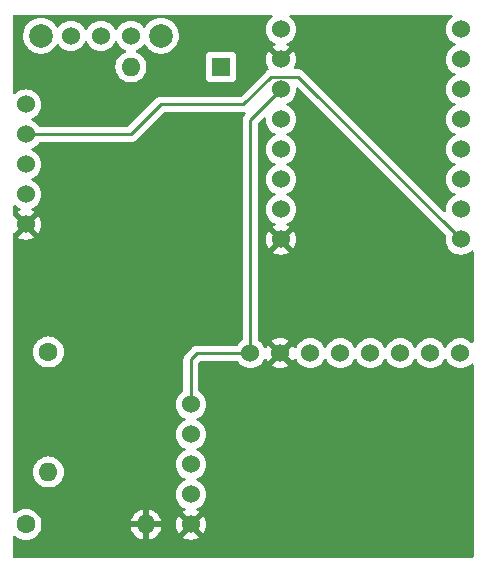
<source format=gbr>
%TF.GenerationSoftware,KiCad,Pcbnew,6.0.2+dfsg-1*%
%TF.CreationDate,2022-08-07T15:37:48+10:00*%
%TF.ProjectId,pcb,7063622e-6b69-4636-9164-5f7063625858,rev?*%
%TF.SameCoordinates,Original*%
%TF.FileFunction,Copper,L2,Bot*%
%TF.FilePolarity,Positive*%
%FSLAX46Y46*%
G04 Gerber Fmt 4.6, Leading zero omitted, Abs format (unit mm)*
G04 Created by KiCad (PCBNEW 6.0.2+dfsg-1) date 2022-08-07 15:37:48*
%MOMM*%
%LPD*%
G01*
G04 APERTURE LIST*
%TA.AperFunction,ComponentPad*%
%ADD10C,1.524000*%
%TD*%
%TA.AperFunction,ComponentPad*%
%ADD11C,1.600000*%
%TD*%
%TA.AperFunction,ComponentPad*%
%ADD12O,1.600000X1.600000*%
%TD*%
%TA.AperFunction,ComponentPad*%
%ADD13R,1.600000X1.600000*%
%TD*%
%TA.AperFunction,WasherPad*%
%ADD14C,2.000000*%
%TD*%
%TA.AperFunction,Conductor*%
%ADD15C,0.250000*%
%TD*%
G04 APERTURE END LIST*
D10*
%TO.P,U5,1,VCC*%
%TO.N,/VCC*%
X120590000Y-99155000D03*
%TO.P,U5,2,GND*%
%TO.N,/GND*%
X123130000Y-99155000D03*
%TO.P,U5,3,DC*%
%TO.N,Net-(U5-Pad3)*%
X125670000Y-99155000D03*
%TO.P,U5,4,CS*%
%TO.N,Net-(U5-Pad4)*%
X128210000Y-99155000D03*
%TO.P,U5,5,CLK*%
%TO.N,Net-(U5-Pad5)*%
X130750000Y-99155000D03*
%TO.P,U5,6,DIN*%
%TO.N,Net-(U5-Pad6)*%
X133290000Y-99155000D03*
%TO.P,U5,7,RST*%
%TO.N,Net-(U5-Pad7)*%
X135830000Y-99155000D03*
%TO.P,U5,8,BUSY*%
%TO.N,Net-(U5-Pad8)*%
X138370000Y-99155000D03*
%TD*%
%TO.P,U3,1,VBUS*%
%TO.N,Net-(R1-Pad1)*%
X123190000Y-71755000D03*
%TO.P,U3,2,GND*%
%TO.N,/GND*%
X123190000Y-74295000D03*
%TO.P,U3,3,3V3*%
%TO.N,/VCC*%
X123190000Y-76835000D03*
%TO.P,U3,4,GP29*%
%TO.N,Net-(R1-Pad2)*%
X123190000Y-79375000D03*
%TO.P,U3,5,GP28*%
%TO.N,Net-(U2-Pad2)*%
X123190000Y-81915000D03*
%TO.P,U3,6,GP27*%
%TO.N,Net-(U2-Pad3)*%
X123190000Y-84455000D03*
%TO.P,U3,7,GP26*%
%TO.N,Net-(U2-Pad4)*%
X123190000Y-86995000D03*
%TO.P,U3,8,GND*%
%TO.N,/GND*%
X123190000Y-89535000D03*
%TO.P,U3,9,GP7*%
%TO.N,Net-(U3-Pad9)*%
X138430000Y-89535000D03*
%TO.P,U3,10,GP6*%
%TO.N,unconnected-(U3-Pad10)*%
X138430000Y-86995000D03*
%TO.P,U3,11,GP5*%
%TO.N,Net-(U5-Pad8)*%
X138430000Y-84455000D03*
%TO.P,U3,12,GP4*%
%TO.N,Net-(U5-Pad7)*%
X138430000Y-81915000D03*
%TO.P,U3,13,GP3*%
%TO.N,Net-(U5-Pad6)*%
X138430000Y-79375000D03*
%TO.P,U3,14,GP2*%
%TO.N,Net-(U5-Pad5)*%
X138430000Y-76835000D03*
%TO.P,U3,15,GP1*%
%TO.N,Net-(U5-Pad4)*%
X138430000Y-74295000D03*
%TO.P,U3,16,GP0*%
%TO.N,Net-(U5-Pad3)*%
X138430000Y-71755000D03*
%TD*%
D11*
%TO.P,R1,1*%
%TO.N,Net-(R1-Pad1)*%
X103505000Y-99060000D03*
D12*
%TO.P,R1,2*%
%TO.N,Net-(R1-Pad2)*%
X103505000Y-109220000D03*
%TD*%
D13*
%TO.P,D1,1,K*%
%TO.N,Net-(R1-Pad1)*%
X118110000Y-74930000D03*
D12*
%TO.P,D1,2,A*%
%TO.N,Net-(SW1-Pad3)*%
X110490000Y-74930000D03*
%TD*%
D10*
%TO.P,U1,1,GND*%
%TO.N,unconnected-(U1-Pad1)*%
X101600000Y-78105000D03*
%TO.P,U1,2,5V*%
%TO.N,Net-(U3-Pad9)*%
X101600000Y-80645000D03*
%TO.P,U1,3,CH*%
%TO.N,unconnected-(U1-Pad3)*%
X101600000Y-83185000D03*
%TO.P,U1,4,VBAT*%
%TO.N,Net-(U1-Pad4)*%
X101600000Y-85725000D03*
%TO.P,U1,5,GND*%
%TO.N,/GND*%
X101600000Y-88265000D03*
%TD*%
D11*
%TO.P,R2,1*%
%TO.N,Net-(R1-Pad2)*%
X101600000Y-113665000D03*
D12*
%TO.P,R2,2*%
%TO.N,/GND*%
X111760000Y-113665000D03*
%TD*%
D10*
%TO.P,U2,1,VCC*%
%TO.N,/VCC*%
X115570000Y-103505000D03*
%TO.P,U2,2,X*%
%TO.N,Net-(U2-Pad2)*%
X115570000Y-106045000D03*
%TO.P,U2,3,Y*%
%TO.N,Net-(U2-Pad3)*%
X115570000Y-108585000D03*
%TO.P,U2,4,Z*%
%TO.N,Net-(U2-Pad4)*%
X115570000Y-111125000D03*
%TO.P,U2,5,GND*%
%TO.N,/GND*%
X115570000Y-113665000D03*
%TD*%
D14*
%TO.P,SW1,*%
%TO.N,*%
X102870000Y-72295000D03*
X113030000Y-72295000D03*
D10*
%TO.P,SW1,1,A*%
%TO.N,unconnected-(SW1-Pad1)*%
X105410000Y-72295000D03*
%TO.P,SW1,2,B*%
%TO.N,Net-(U1-Pad4)*%
X107950000Y-72295000D03*
%TO.P,SW1,3,C*%
%TO.N,Net-(SW1-Pad3)*%
X110490000Y-72295000D03*
%TD*%
D15*
%TO.N,/VCC*%
X120590000Y-99155000D02*
X120590000Y-79435000D01*
X116110000Y-99155000D02*
X120590000Y-99155000D01*
X115570000Y-99695000D02*
X116110000Y-99155000D01*
X115570000Y-103505000D02*
X115570000Y-99695000D01*
X120590000Y-79435000D02*
X123190000Y-76835000D01*
%TO.N,Net-(U3-Pad9)*%
X122371511Y-75748489D02*
X124643489Y-75748489D01*
X124643489Y-75748489D02*
X138430000Y-89535000D01*
X120015000Y-78105000D02*
X122371511Y-75748489D01*
X113030000Y-78105000D02*
X120015000Y-78105000D01*
X101600000Y-80645000D02*
X110490000Y-80645000D01*
X110490000Y-80645000D02*
X113030000Y-78105000D01*
%TD*%
%TA.AperFunction,Conductor*%
%TO.N,/GND*%
G36*
X124659591Y-76662733D02*
G01*
X124674787Y-76675691D01*
X130944054Y-82944959D01*
X137151874Y-89152779D01*
X137185900Y-89215091D01*
X137184485Y-89274486D01*
X137175447Y-89308217D01*
X137175446Y-89308223D01*
X137174022Y-89313537D01*
X137154647Y-89535000D01*
X137174022Y-89756463D01*
X137231560Y-89971196D01*
X137233882Y-89976177D01*
X137233883Y-89976178D01*
X137323186Y-90167689D01*
X137323189Y-90167694D01*
X137325512Y-90172676D01*
X137328668Y-90177183D01*
X137328669Y-90177185D01*
X137365107Y-90229223D01*
X137453023Y-90354781D01*
X137610219Y-90511977D01*
X137614727Y-90515134D01*
X137614730Y-90515136D01*
X137685885Y-90564959D01*
X137792323Y-90639488D01*
X137797305Y-90641811D01*
X137797310Y-90641814D01*
X137987810Y-90730645D01*
X137993804Y-90733440D01*
X137999112Y-90734862D01*
X137999114Y-90734863D01*
X138064949Y-90752503D01*
X138208537Y-90790978D01*
X138430000Y-90810353D01*
X138651463Y-90790978D01*
X138795051Y-90752503D01*
X138860886Y-90734863D01*
X138860888Y-90734862D01*
X138866196Y-90733440D01*
X138872190Y-90730645D01*
X139062690Y-90641814D01*
X139062695Y-90641811D01*
X139067677Y-90639488D01*
X139174115Y-90564959D01*
X139245270Y-90515136D01*
X139245273Y-90515134D01*
X139249781Y-90511977D01*
X139276905Y-90484853D01*
X139339217Y-90450827D01*
X139410032Y-90455892D01*
X139466868Y-90498439D01*
X139491679Y-90564959D01*
X139492000Y-90573948D01*
X139492000Y-98176052D01*
X139471998Y-98244173D01*
X139418342Y-98290666D01*
X139348068Y-98300770D01*
X139283488Y-98271276D01*
X139276905Y-98265147D01*
X139189781Y-98178023D01*
X139185273Y-98174866D01*
X139185270Y-98174864D01*
X139109505Y-98121813D01*
X139007677Y-98050512D01*
X139002695Y-98048189D01*
X139002690Y-98048186D01*
X138811178Y-97958883D01*
X138811177Y-97958882D01*
X138806196Y-97956560D01*
X138800888Y-97955138D01*
X138800886Y-97955137D01*
X138735051Y-97937497D01*
X138591463Y-97899022D01*
X138370000Y-97879647D01*
X138148537Y-97899022D01*
X138004949Y-97937497D01*
X137939114Y-97955137D01*
X137939112Y-97955138D01*
X137933804Y-97956560D01*
X137928823Y-97958882D01*
X137928822Y-97958883D01*
X137737311Y-98048186D01*
X137737306Y-98048189D01*
X137732324Y-98050512D01*
X137727817Y-98053668D01*
X137727815Y-98053669D01*
X137554730Y-98174864D01*
X137554727Y-98174866D01*
X137550219Y-98178023D01*
X137393023Y-98335219D01*
X137389866Y-98339727D01*
X137389864Y-98339730D01*
X137268669Y-98512815D01*
X137265512Y-98517324D01*
X137263189Y-98522306D01*
X137263186Y-98522311D01*
X137214195Y-98627373D01*
X137167277Y-98680658D01*
X137099000Y-98700119D01*
X137031040Y-98679577D01*
X136985805Y-98627373D01*
X136936814Y-98522311D01*
X136936811Y-98522306D01*
X136934488Y-98517324D01*
X136931331Y-98512815D01*
X136810136Y-98339730D01*
X136810134Y-98339727D01*
X136806977Y-98335219D01*
X136649781Y-98178023D01*
X136645273Y-98174866D01*
X136645270Y-98174864D01*
X136569505Y-98121813D01*
X136467677Y-98050512D01*
X136462695Y-98048189D01*
X136462690Y-98048186D01*
X136271178Y-97958883D01*
X136271177Y-97958882D01*
X136266196Y-97956560D01*
X136260888Y-97955138D01*
X136260886Y-97955137D01*
X136195051Y-97937497D01*
X136051463Y-97899022D01*
X135830000Y-97879647D01*
X135608537Y-97899022D01*
X135464949Y-97937497D01*
X135399114Y-97955137D01*
X135399112Y-97955138D01*
X135393804Y-97956560D01*
X135388823Y-97958882D01*
X135388822Y-97958883D01*
X135197311Y-98048186D01*
X135197306Y-98048189D01*
X135192324Y-98050512D01*
X135187817Y-98053668D01*
X135187815Y-98053669D01*
X135014730Y-98174864D01*
X135014727Y-98174866D01*
X135010219Y-98178023D01*
X134853023Y-98335219D01*
X134849866Y-98339727D01*
X134849864Y-98339730D01*
X134728669Y-98512815D01*
X134725512Y-98517324D01*
X134723189Y-98522306D01*
X134723186Y-98522311D01*
X134674195Y-98627373D01*
X134627277Y-98680658D01*
X134559000Y-98700119D01*
X134491040Y-98679577D01*
X134445805Y-98627373D01*
X134396814Y-98522311D01*
X134396811Y-98522306D01*
X134394488Y-98517324D01*
X134391331Y-98512815D01*
X134270136Y-98339730D01*
X134270134Y-98339727D01*
X134266977Y-98335219D01*
X134109781Y-98178023D01*
X134105273Y-98174866D01*
X134105270Y-98174864D01*
X134029505Y-98121813D01*
X133927677Y-98050512D01*
X133922695Y-98048189D01*
X133922690Y-98048186D01*
X133731178Y-97958883D01*
X133731177Y-97958882D01*
X133726196Y-97956560D01*
X133720888Y-97955138D01*
X133720886Y-97955137D01*
X133655051Y-97937497D01*
X133511463Y-97899022D01*
X133290000Y-97879647D01*
X133068537Y-97899022D01*
X132924949Y-97937497D01*
X132859114Y-97955137D01*
X132859112Y-97955138D01*
X132853804Y-97956560D01*
X132848823Y-97958882D01*
X132848822Y-97958883D01*
X132657311Y-98048186D01*
X132657306Y-98048189D01*
X132652324Y-98050512D01*
X132647817Y-98053668D01*
X132647815Y-98053669D01*
X132474730Y-98174864D01*
X132474727Y-98174866D01*
X132470219Y-98178023D01*
X132313023Y-98335219D01*
X132309866Y-98339727D01*
X132309864Y-98339730D01*
X132188669Y-98512815D01*
X132185512Y-98517324D01*
X132183189Y-98522306D01*
X132183186Y-98522311D01*
X132134195Y-98627373D01*
X132087277Y-98680658D01*
X132019000Y-98700119D01*
X131951040Y-98679577D01*
X131905805Y-98627373D01*
X131856814Y-98522311D01*
X131856811Y-98522306D01*
X131854488Y-98517324D01*
X131851331Y-98512815D01*
X131730136Y-98339730D01*
X131730134Y-98339727D01*
X131726977Y-98335219D01*
X131569781Y-98178023D01*
X131565273Y-98174866D01*
X131565270Y-98174864D01*
X131489505Y-98121813D01*
X131387677Y-98050512D01*
X131382695Y-98048189D01*
X131382690Y-98048186D01*
X131191178Y-97958883D01*
X131191177Y-97958882D01*
X131186196Y-97956560D01*
X131180888Y-97955138D01*
X131180886Y-97955137D01*
X131115051Y-97937497D01*
X130971463Y-97899022D01*
X130750000Y-97879647D01*
X130528537Y-97899022D01*
X130384949Y-97937497D01*
X130319114Y-97955137D01*
X130319112Y-97955138D01*
X130313804Y-97956560D01*
X130308823Y-97958882D01*
X130308822Y-97958883D01*
X130117311Y-98048186D01*
X130117306Y-98048189D01*
X130112324Y-98050512D01*
X130107817Y-98053668D01*
X130107815Y-98053669D01*
X129934730Y-98174864D01*
X129934727Y-98174866D01*
X129930219Y-98178023D01*
X129773023Y-98335219D01*
X129769866Y-98339727D01*
X129769864Y-98339730D01*
X129648669Y-98512815D01*
X129645512Y-98517324D01*
X129643189Y-98522306D01*
X129643186Y-98522311D01*
X129594195Y-98627373D01*
X129547277Y-98680658D01*
X129479000Y-98700119D01*
X129411040Y-98679577D01*
X129365805Y-98627373D01*
X129316814Y-98522311D01*
X129316811Y-98522306D01*
X129314488Y-98517324D01*
X129311331Y-98512815D01*
X129190136Y-98339730D01*
X129190134Y-98339727D01*
X129186977Y-98335219D01*
X129029781Y-98178023D01*
X129025273Y-98174866D01*
X129025270Y-98174864D01*
X128949505Y-98121813D01*
X128847677Y-98050512D01*
X128842695Y-98048189D01*
X128842690Y-98048186D01*
X128651178Y-97958883D01*
X128651177Y-97958882D01*
X128646196Y-97956560D01*
X128640888Y-97955138D01*
X128640886Y-97955137D01*
X128575051Y-97937497D01*
X128431463Y-97899022D01*
X128210000Y-97879647D01*
X127988537Y-97899022D01*
X127844949Y-97937497D01*
X127779114Y-97955137D01*
X127779112Y-97955138D01*
X127773804Y-97956560D01*
X127768823Y-97958882D01*
X127768822Y-97958883D01*
X127577311Y-98048186D01*
X127577306Y-98048189D01*
X127572324Y-98050512D01*
X127567817Y-98053668D01*
X127567815Y-98053669D01*
X127394730Y-98174864D01*
X127394727Y-98174866D01*
X127390219Y-98178023D01*
X127233023Y-98335219D01*
X127229866Y-98339727D01*
X127229864Y-98339730D01*
X127108669Y-98512815D01*
X127105512Y-98517324D01*
X127103189Y-98522306D01*
X127103186Y-98522311D01*
X127054195Y-98627373D01*
X127007277Y-98680658D01*
X126939000Y-98700119D01*
X126871040Y-98679577D01*
X126825805Y-98627373D01*
X126776814Y-98522311D01*
X126776811Y-98522306D01*
X126774488Y-98517324D01*
X126771331Y-98512815D01*
X126650136Y-98339730D01*
X126650134Y-98339727D01*
X126646977Y-98335219D01*
X126489781Y-98178023D01*
X126485273Y-98174866D01*
X126485270Y-98174864D01*
X126409505Y-98121813D01*
X126307677Y-98050512D01*
X126302695Y-98048189D01*
X126302690Y-98048186D01*
X126111178Y-97958883D01*
X126111177Y-97958882D01*
X126106196Y-97956560D01*
X126100888Y-97955138D01*
X126100886Y-97955137D01*
X126035051Y-97937497D01*
X125891463Y-97899022D01*
X125670000Y-97879647D01*
X125448537Y-97899022D01*
X125304949Y-97937497D01*
X125239114Y-97955137D01*
X125239112Y-97955138D01*
X125233804Y-97956560D01*
X125228823Y-97958882D01*
X125228822Y-97958883D01*
X125037311Y-98048186D01*
X125037306Y-98048189D01*
X125032324Y-98050512D01*
X125027817Y-98053668D01*
X125027815Y-98053669D01*
X124854730Y-98174864D01*
X124854727Y-98174866D01*
X124850219Y-98178023D01*
X124693023Y-98335219D01*
X124689866Y-98339727D01*
X124689864Y-98339730D01*
X124568669Y-98512815D01*
X124565512Y-98517324D01*
X124563189Y-98522306D01*
X124563186Y-98522311D01*
X124513919Y-98627965D01*
X124467001Y-98681250D01*
X124398724Y-98700711D01*
X124330764Y-98680169D01*
X124285529Y-98627965D01*
X124236377Y-98522559D01*
X124230897Y-98513068D01*
X124200206Y-98469235D01*
X124189729Y-98460860D01*
X124176282Y-98467928D01*
X123502022Y-99142188D01*
X123494408Y-99156132D01*
X123494539Y-99157965D01*
X123498790Y-99164580D01*
X124177003Y-99842793D01*
X124188777Y-99849223D01*
X124200793Y-99839926D01*
X124230897Y-99796932D01*
X124236377Y-99787441D01*
X124285529Y-99682035D01*
X124332447Y-99628750D01*
X124400724Y-99609289D01*
X124468684Y-99629831D01*
X124513919Y-99682035D01*
X124563186Y-99787689D01*
X124563189Y-99787694D01*
X124565512Y-99792676D01*
X124568668Y-99797183D01*
X124568669Y-99797185D01*
X124680856Y-99957404D01*
X124693023Y-99974781D01*
X124850219Y-100131977D01*
X124854727Y-100135134D01*
X124854730Y-100135136D01*
X124930495Y-100188187D01*
X125032323Y-100259488D01*
X125037305Y-100261811D01*
X125037310Y-100261814D01*
X125227810Y-100350645D01*
X125233804Y-100353440D01*
X125239112Y-100354862D01*
X125239114Y-100354863D01*
X125304949Y-100372503D01*
X125448537Y-100410978D01*
X125670000Y-100430353D01*
X125891463Y-100410978D01*
X126035051Y-100372503D01*
X126100886Y-100354863D01*
X126100888Y-100354862D01*
X126106196Y-100353440D01*
X126112190Y-100350645D01*
X126302690Y-100261814D01*
X126302695Y-100261811D01*
X126307677Y-100259488D01*
X126409505Y-100188187D01*
X126485270Y-100135136D01*
X126485273Y-100135134D01*
X126489781Y-100131977D01*
X126646977Y-99974781D01*
X126659145Y-99957404D01*
X126771331Y-99797185D01*
X126771332Y-99797183D01*
X126774488Y-99792676D01*
X126776811Y-99787694D01*
X126776814Y-99787689D01*
X126825805Y-99682627D01*
X126872723Y-99629342D01*
X126941000Y-99609881D01*
X127008960Y-99630423D01*
X127054195Y-99682627D01*
X127103186Y-99787689D01*
X127103189Y-99787694D01*
X127105512Y-99792676D01*
X127108668Y-99797183D01*
X127108669Y-99797185D01*
X127220856Y-99957404D01*
X127233023Y-99974781D01*
X127390219Y-100131977D01*
X127394727Y-100135134D01*
X127394730Y-100135136D01*
X127470495Y-100188187D01*
X127572323Y-100259488D01*
X127577305Y-100261811D01*
X127577310Y-100261814D01*
X127767810Y-100350645D01*
X127773804Y-100353440D01*
X127779112Y-100354862D01*
X127779114Y-100354863D01*
X127844949Y-100372503D01*
X127988537Y-100410978D01*
X128210000Y-100430353D01*
X128431463Y-100410978D01*
X128575051Y-100372503D01*
X128640886Y-100354863D01*
X128640888Y-100354862D01*
X128646196Y-100353440D01*
X128652190Y-100350645D01*
X128842690Y-100261814D01*
X128842695Y-100261811D01*
X128847677Y-100259488D01*
X128949505Y-100188187D01*
X129025270Y-100135136D01*
X129025273Y-100135134D01*
X129029781Y-100131977D01*
X129186977Y-99974781D01*
X129199145Y-99957404D01*
X129311331Y-99797185D01*
X129311332Y-99797183D01*
X129314488Y-99792676D01*
X129316811Y-99787694D01*
X129316814Y-99787689D01*
X129365805Y-99682627D01*
X129412723Y-99629342D01*
X129481000Y-99609881D01*
X129548960Y-99630423D01*
X129594195Y-99682627D01*
X129643186Y-99787689D01*
X129643189Y-99787694D01*
X129645512Y-99792676D01*
X129648668Y-99797183D01*
X129648669Y-99797185D01*
X129760856Y-99957404D01*
X129773023Y-99974781D01*
X129930219Y-100131977D01*
X129934727Y-100135134D01*
X129934730Y-100135136D01*
X130010495Y-100188187D01*
X130112323Y-100259488D01*
X130117305Y-100261811D01*
X130117310Y-100261814D01*
X130307810Y-100350645D01*
X130313804Y-100353440D01*
X130319112Y-100354862D01*
X130319114Y-100354863D01*
X130384949Y-100372503D01*
X130528537Y-100410978D01*
X130750000Y-100430353D01*
X130971463Y-100410978D01*
X131115051Y-100372503D01*
X131180886Y-100354863D01*
X131180888Y-100354862D01*
X131186196Y-100353440D01*
X131192190Y-100350645D01*
X131382690Y-100261814D01*
X131382695Y-100261811D01*
X131387677Y-100259488D01*
X131489505Y-100188187D01*
X131565270Y-100135136D01*
X131565273Y-100135134D01*
X131569781Y-100131977D01*
X131726977Y-99974781D01*
X131739145Y-99957404D01*
X131851331Y-99797185D01*
X131851332Y-99797183D01*
X131854488Y-99792676D01*
X131856811Y-99787694D01*
X131856814Y-99787689D01*
X131905805Y-99682627D01*
X131952723Y-99629342D01*
X132021000Y-99609881D01*
X132088960Y-99630423D01*
X132134195Y-99682627D01*
X132183186Y-99787689D01*
X132183189Y-99787694D01*
X132185512Y-99792676D01*
X132188668Y-99797183D01*
X132188669Y-99797185D01*
X132300856Y-99957404D01*
X132313023Y-99974781D01*
X132470219Y-100131977D01*
X132474727Y-100135134D01*
X132474730Y-100135136D01*
X132550495Y-100188187D01*
X132652323Y-100259488D01*
X132657305Y-100261811D01*
X132657310Y-100261814D01*
X132847810Y-100350645D01*
X132853804Y-100353440D01*
X132859112Y-100354862D01*
X132859114Y-100354863D01*
X132924949Y-100372503D01*
X133068537Y-100410978D01*
X133290000Y-100430353D01*
X133511463Y-100410978D01*
X133655051Y-100372503D01*
X133720886Y-100354863D01*
X133720888Y-100354862D01*
X133726196Y-100353440D01*
X133732190Y-100350645D01*
X133922690Y-100261814D01*
X133922695Y-100261811D01*
X133927677Y-100259488D01*
X134029505Y-100188187D01*
X134105270Y-100135136D01*
X134105273Y-100135134D01*
X134109781Y-100131977D01*
X134266977Y-99974781D01*
X134279145Y-99957404D01*
X134391331Y-99797185D01*
X134391332Y-99797183D01*
X134394488Y-99792676D01*
X134396811Y-99787694D01*
X134396814Y-99787689D01*
X134445805Y-99682627D01*
X134492723Y-99629342D01*
X134561000Y-99609881D01*
X134628960Y-99630423D01*
X134674195Y-99682627D01*
X134723186Y-99787689D01*
X134723189Y-99787694D01*
X134725512Y-99792676D01*
X134728668Y-99797183D01*
X134728669Y-99797185D01*
X134840856Y-99957404D01*
X134853023Y-99974781D01*
X135010219Y-100131977D01*
X135014727Y-100135134D01*
X135014730Y-100135136D01*
X135090495Y-100188187D01*
X135192323Y-100259488D01*
X135197305Y-100261811D01*
X135197310Y-100261814D01*
X135387810Y-100350645D01*
X135393804Y-100353440D01*
X135399112Y-100354862D01*
X135399114Y-100354863D01*
X135464949Y-100372503D01*
X135608537Y-100410978D01*
X135830000Y-100430353D01*
X136051463Y-100410978D01*
X136195051Y-100372503D01*
X136260886Y-100354863D01*
X136260888Y-100354862D01*
X136266196Y-100353440D01*
X136272190Y-100350645D01*
X136462690Y-100261814D01*
X136462695Y-100261811D01*
X136467677Y-100259488D01*
X136569505Y-100188187D01*
X136645270Y-100135136D01*
X136645273Y-100135134D01*
X136649781Y-100131977D01*
X136806977Y-99974781D01*
X136819145Y-99957404D01*
X136931331Y-99797185D01*
X136931332Y-99797183D01*
X136934488Y-99792676D01*
X136936811Y-99787694D01*
X136936814Y-99787689D01*
X136985805Y-99682627D01*
X137032723Y-99629342D01*
X137101000Y-99609881D01*
X137168960Y-99630423D01*
X137214195Y-99682627D01*
X137263186Y-99787689D01*
X137263189Y-99787694D01*
X137265512Y-99792676D01*
X137268668Y-99797183D01*
X137268669Y-99797185D01*
X137380856Y-99957404D01*
X137393023Y-99974781D01*
X137550219Y-100131977D01*
X137554727Y-100135134D01*
X137554730Y-100135136D01*
X137630495Y-100188187D01*
X137732323Y-100259488D01*
X137737305Y-100261811D01*
X137737310Y-100261814D01*
X137927810Y-100350645D01*
X137933804Y-100353440D01*
X137939112Y-100354862D01*
X137939114Y-100354863D01*
X138004949Y-100372503D01*
X138148537Y-100410978D01*
X138370000Y-100430353D01*
X138591463Y-100410978D01*
X138735051Y-100372503D01*
X138800886Y-100354863D01*
X138800888Y-100354862D01*
X138806196Y-100353440D01*
X138812190Y-100350645D01*
X139002690Y-100261814D01*
X139002695Y-100261811D01*
X139007677Y-100259488D01*
X139109505Y-100188187D01*
X139185270Y-100135136D01*
X139185273Y-100135134D01*
X139189781Y-100131977D01*
X139276905Y-100044853D01*
X139339217Y-100010827D01*
X139410032Y-100015892D01*
X139466868Y-100058439D01*
X139491679Y-100124959D01*
X139492000Y-100133948D01*
X139492000Y-116366000D01*
X139471998Y-116434121D01*
X139418342Y-116480614D01*
X139366000Y-116492000D01*
X100634000Y-116492000D01*
X100565879Y-116471998D01*
X100519386Y-116418342D01*
X100508000Y-116366000D01*
X100508000Y-114727688D01*
X100528002Y-114659567D01*
X100581658Y-114613074D01*
X100651932Y-114602970D01*
X100716512Y-114632464D01*
X100723095Y-114638593D01*
X100755700Y-114671198D01*
X100760208Y-114674355D01*
X100760211Y-114674357D01*
X100812944Y-114711281D01*
X100943251Y-114802523D01*
X100948233Y-114804846D01*
X100948238Y-114804849D01*
X101075928Y-114864391D01*
X101150757Y-114899284D01*
X101156065Y-114900706D01*
X101156067Y-114900707D01*
X101366598Y-114957119D01*
X101366600Y-114957119D01*
X101371913Y-114958543D01*
X101600000Y-114978498D01*
X101828087Y-114958543D01*
X101833400Y-114957119D01*
X101833402Y-114957119D01*
X102043933Y-114900707D01*
X102043935Y-114900706D01*
X102049243Y-114899284D01*
X102124072Y-114864391D01*
X102251762Y-114804849D01*
X102251767Y-114804846D01*
X102256749Y-114802523D01*
X102387056Y-114711281D01*
X102439789Y-114674357D01*
X102439792Y-114674355D01*
X102444300Y-114671198D01*
X102606198Y-114509300D01*
X102737523Y-114321749D01*
X102739846Y-114316767D01*
X102739849Y-114316762D01*
X102831961Y-114119225D01*
X102831961Y-114119224D01*
X102834284Y-114114243D01*
X102854976Y-114037022D01*
X102883245Y-113931522D01*
X110477273Y-113931522D01*
X110524764Y-114108761D01*
X110528510Y-114119053D01*
X110620586Y-114316511D01*
X110626069Y-114326007D01*
X110751028Y-114504467D01*
X110758084Y-114512875D01*
X110912125Y-114666916D01*
X110920533Y-114673972D01*
X111098993Y-114798931D01*
X111108489Y-114804414D01*
X111305947Y-114896490D01*
X111316239Y-114900236D01*
X111488503Y-114946394D01*
X111502599Y-114946058D01*
X111506000Y-114938116D01*
X111506000Y-114932967D01*
X112014000Y-114932967D01*
X112017973Y-114946498D01*
X112026522Y-114947727D01*
X112203761Y-114900236D01*
X112214053Y-114896490D01*
X112411511Y-114804414D01*
X112421007Y-114798931D01*
X112528338Y-114723777D01*
X114875777Y-114723777D01*
X114885074Y-114735793D01*
X114928069Y-114765898D01*
X114937555Y-114771376D01*
X115128993Y-114860645D01*
X115139285Y-114864391D01*
X115343309Y-114919059D01*
X115354104Y-114920962D01*
X115564525Y-114939372D01*
X115575475Y-114939372D01*
X115785896Y-114920962D01*
X115796691Y-114919059D01*
X116000715Y-114864391D01*
X116011007Y-114860645D01*
X116202445Y-114771376D01*
X116211931Y-114765898D01*
X116255764Y-114735207D01*
X116264139Y-114724729D01*
X116257071Y-114711281D01*
X115582812Y-114037022D01*
X115568868Y-114029408D01*
X115567035Y-114029539D01*
X115560420Y-114033790D01*
X114882207Y-114712003D01*
X114875777Y-114723777D01*
X112528338Y-114723777D01*
X112599467Y-114673972D01*
X112607875Y-114666916D01*
X112761916Y-114512875D01*
X112768972Y-114504467D01*
X112893931Y-114326007D01*
X112899414Y-114316511D01*
X112991490Y-114119053D01*
X112995236Y-114108761D01*
X113041394Y-113936497D01*
X113041058Y-113922401D01*
X113033116Y-113919000D01*
X112032115Y-113919000D01*
X112016876Y-113923475D01*
X112015671Y-113924865D01*
X112014000Y-113932548D01*
X112014000Y-114932967D01*
X111506000Y-114932967D01*
X111506000Y-113937115D01*
X111501525Y-113921876D01*
X111500135Y-113920671D01*
X111492452Y-113919000D01*
X110492033Y-113919000D01*
X110478502Y-113922973D01*
X110477273Y-113931522D01*
X102883245Y-113931522D01*
X102892119Y-113898402D01*
X102892119Y-113898400D01*
X102893543Y-113893087D01*
X102913019Y-113670475D01*
X114295628Y-113670475D01*
X114314038Y-113880896D01*
X114315941Y-113891691D01*
X114370609Y-114095715D01*
X114374355Y-114106007D01*
X114463623Y-114297441D01*
X114469103Y-114306932D01*
X114499794Y-114350765D01*
X114510271Y-114359140D01*
X114523718Y-114352072D01*
X115197978Y-113677812D01*
X115204356Y-113666132D01*
X115934408Y-113666132D01*
X115934539Y-113667965D01*
X115938790Y-113674580D01*
X116617003Y-114352793D01*
X116628777Y-114359223D01*
X116640793Y-114349926D01*
X116670897Y-114306932D01*
X116676377Y-114297441D01*
X116765645Y-114106007D01*
X116769391Y-114095715D01*
X116824059Y-113891691D01*
X116825962Y-113880896D01*
X116844372Y-113670475D01*
X116844372Y-113659525D01*
X116825962Y-113449104D01*
X116824059Y-113438309D01*
X116769391Y-113234285D01*
X116765645Y-113223993D01*
X116676377Y-113032559D01*
X116670897Y-113023068D01*
X116640206Y-112979235D01*
X116629729Y-112970860D01*
X116616282Y-112977928D01*
X115942022Y-113652188D01*
X115934408Y-113666132D01*
X115204356Y-113666132D01*
X115205592Y-113663868D01*
X115205461Y-113662035D01*
X115201210Y-113655420D01*
X114522997Y-112977207D01*
X114511223Y-112970777D01*
X114499207Y-112980074D01*
X114469103Y-113023068D01*
X114463623Y-113032559D01*
X114374355Y-113223993D01*
X114370609Y-113234285D01*
X114315941Y-113438309D01*
X114314038Y-113449104D01*
X114295628Y-113659525D01*
X114295628Y-113670475D01*
X102913019Y-113670475D01*
X102913498Y-113665000D01*
X102893543Y-113436913D01*
X102883244Y-113398478D01*
X102881911Y-113393503D01*
X110478606Y-113393503D01*
X110478942Y-113407599D01*
X110486884Y-113411000D01*
X111487885Y-113411000D01*
X111503124Y-113406525D01*
X111504329Y-113405135D01*
X111506000Y-113397452D01*
X111506000Y-113392885D01*
X112014000Y-113392885D01*
X112018475Y-113408124D01*
X112019865Y-113409329D01*
X112027548Y-113411000D01*
X113027967Y-113411000D01*
X113041498Y-113407027D01*
X113042727Y-113398478D01*
X112995236Y-113221239D01*
X112991490Y-113210947D01*
X112899414Y-113013489D01*
X112893931Y-113003993D01*
X112768972Y-112825533D01*
X112761916Y-112817125D01*
X112607875Y-112663084D01*
X112599467Y-112656028D01*
X112421007Y-112531069D01*
X112411511Y-112525586D01*
X112214053Y-112433510D01*
X112203761Y-112429764D01*
X112031497Y-112383606D01*
X112017401Y-112383942D01*
X112014000Y-112391884D01*
X112014000Y-113392885D01*
X111506000Y-113392885D01*
X111506000Y-112397033D01*
X111502027Y-112383502D01*
X111493478Y-112382273D01*
X111316239Y-112429764D01*
X111305947Y-112433510D01*
X111108489Y-112525586D01*
X111098993Y-112531069D01*
X110920533Y-112656028D01*
X110912125Y-112663084D01*
X110758084Y-112817125D01*
X110751028Y-112825533D01*
X110626069Y-113003993D01*
X110620586Y-113013489D01*
X110528510Y-113210947D01*
X110524764Y-113221239D01*
X110478606Y-113393503D01*
X102881911Y-113393503D01*
X102835707Y-113221067D01*
X102835706Y-113221065D01*
X102834284Y-113215757D01*
X102748858Y-113032559D01*
X102739849Y-113013238D01*
X102739846Y-113013233D01*
X102737523Y-113008251D01*
X102606198Y-112820700D01*
X102444300Y-112658802D01*
X102439792Y-112655645D01*
X102439789Y-112655643D01*
X102309056Y-112564103D01*
X102256749Y-112527477D01*
X102251767Y-112525154D01*
X102251762Y-112525151D01*
X102054225Y-112433039D01*
X102054224Y-112433039D01*
X102049243Y-112430716D01*
X102043935Y-112429294D01*
X102043933Y-112429293D01*
X101833402Y-112372881D01*
X101833400Y-112372881D01*
X101828087Y-112371457D01*
X101600000Y-112351502D01*
X101371913Y-112371457D01*
X101366600Y-112372881D01*
X101366598Y-112372881D01*
X101156067Y-112429293D01*
X101156065Y-112429294D01*
X101150757Y-112430716D01*
X101145776Y-112433039D01*
X101145775Y-112433039D01*
X100948238Y-112525151D01*
X100948233Y-112525154D01*
X100943251Y-112527477D01*
X100890944Y-112564103D01*
X100760211Y-112655643D01*
X100760208Y-112655645D01*
X100755700Y-112658802D01*
X100723095Y-112691407D01*
X100660783Y-112725433D01*
X100589968Y-112720368D01*
X100533132Y-112677821D01*
X100508321Y-112611301D01*
X100508000Y-112602312D01*
X100508000Y-109220000D01*
X102191502Y-109220000D01*
X102211457Y-109448087D01*
X102270716Y-109669243D01*
X102273039Y-109674224D01*
X102273039Y-109674225D01*
X102365151Y-109871762D01*
X102365154Y-109871767D01*
X102367477Y-109876749D01*
X102370634Y-109881257D01*
X102466513Y-110018186D01*
X102498802Y-110064300D01*
X102660700Y-110226198D01*
X102665208Y-110229355D01*
X102665211Y-110229357D01*
X102743389Y-110284098D01*
X102848251Y-110357523D01*
X102853233Y-110359846D01*
X102853238Y-110359849D01*
X103050775Y-110451961D01*
X103055757Y-110454284D01*
X103061065Y-110455706D01*
X103061067Y-110455707D01*
X103271598Y-110512119D01*
X103271600Y-110512119D01*
X103276913Y-110513543D01*
X103505000Y-110533498D01*
X103733087Y-110513543D01*
X103738400Y-110512119D01*
X103738402Y-110512119D01*
X103948933Y-110455707D01*
X103948935Y-110455706D01*
X103954243Y-110454284D01*
X103959225Y-110451961D01*
X104156762Y-110359849D01*
X104156767Y-110359846D01*
X104161749Y-110357523D01*
X104266611Y-110284098D01*
X104344789Y-110229357D01*
X104344792Y-110229355D01*
X104349300Y-110226198D01*
X104511198Y-110064300D01*
X104543488Y-110018186D01*
X104639366Y-109881257D01*
X104642523Y-109876749D01*
X104644846Y-109871767D01*
X104644849Y-109871762D01*
X104736961Y-109674225D01*
X104736961Y-109674224D01*
X104739284Y-109669243D01*
X104798543Y-109448087D01*
X104818498Y-109220000D01*
X104798543Y-108991913D01*
X104750275Y-108811776D01*
X104740707Y-108776067D01*
X104740706Y-108776065D01*
X104739284Y-108770757D01*
X104650112Y-108579525D01*
X104644849Y-108568238D01*
X104644846Y-108568233D01*
X104642523Y-108563251D01*
X104511198Y-108375700D01*
X104349300Y-108213802D01*
X104344792Y-108210645D01*
X104344789Y-108210643D01*
X104264057Y-108154114D01*
X104161749Y-108082477D01*
X104156767Y-108080154D01*
X104156762Y-108080151D01*
X103959225Y-107988039D01*
X103959224Y-107988039D01*
X103954243Y-107985716D01*
X103948935Y-107984294D01*
X103948933Y-107984293D01*
X103738402Y-107927881D01*
X103738400Y-107927881D01*
X103733087Y-107926457D01*
X103505000Y-107906502D01*
X103276913Y-107926457D01*
X103271600Y-107927881D01*
X103271598Y-107927881D01*
X103061067Y-107984293D01*
X103061065Y-107984294D01*
X103055757Y-107985716D01*
X103050776Y-107988039D01*
X103050775Y-107988039D01*
X102853238Y-108080151D01*
X102853233Y-108080154D01*
X102848251Y-108082477D01*
X102745943Y-108154114D01*
X102665211Y-108210643D01*
X102665208Y-108210645D01*
X102660700Y-108213802D01*
X102498802Y-108375700D01*
X102367477Y-108563251D01*
X102365154Y-108568233D01*
X102365151Y-108568238D01*
X102359888Y-108579525D01*
X102270716Y-108770757D01*
X102269294Y-108776065D01*
X102269293Y-108776067D01*
X102259725Y-108811776D01*
X102211457Y-108991913D01*
X102191502Y-109220000D01*
X100508000Y-109220000D01*
X100508000Y-99060000D01*
X102191502Y-99060000D01*
X102211457Y-99288087D01*
X102212881Y-99293400D01*
X102212881Y-99293402D01*
X102244268Y-99410537D01*
X102270716Y-99509243D01*
X102273039Y-99514224D01*
X102273039Y-99514225D01*
X102365151Y-99711762D01*
X102365154Y-99711767D01*
X102367477Y-99716749D01*
X102370634Y-99721257D01*
X102460237Y-99849223D01*
X102498802Y-99904300D01*
X102660700Y-100066198D01*
X102665208Y-100069355D01*
X102665211Y-100069357D01*
X102743389Y-100124098D01*
X102848251Y-100197523D01*
X102853233Y-100199846D01*
X102853238Y-100199849D01*
X102981136Y-100259488D01*
X103055757Y-100294284D01*
X103061065Y-100295706D01*
X103061067Y-100295707D01*
X103271598Y-100352119D01*
X103271600Y-100352119D01*
X103276913Y-100353543D01*
X103505000Y-100373498D01*
X103733087Y-100353543D01*
X103738400Y-100352119D01*
X103738402Y-100352119D01*
X103948933Y-100295707D01*
X103948935Y-100295706D01*
X103954243Y-100294284D01*
X104028864Y-100259488D01*
X104156762Y-100199849D01*
X104156767Y-100199846D01*
X104161749Y-100197523D01*
X104266611Y-100124098D01*
X104344789Y-100069357D01*
X104344792Y-100069355D01*
X104349300Y-100066198D01*
X104511198Y-99904300D01*
X104549764Y-99849223D01*
X104639366Y-99721257D01*
X104642523Y-99716749D01*
X104644846Y-99711767D01*
X104644849Y-99711762D01*
X104736961Y-99514225D01*
X104736961Y-99514224D01*
X104739284Y-99509243D01*
X104765733Y-99410537D01*
X104797119Y-99293402D01*
X104797119Y-99293400D01*
X104798543Y-99288087D01*
X104818498Y-99060000D01*
X104798543Y-98831913D01*
X104757883Y-98680169D01*
X104740707Y-98616067D01*
X104740706Y-98616065D01*
X104739284Y-98610757D01*
X104718774Y-98566772D01*
X104644849Y-98408238D01*
X104644846Y-98408233D01*
X104642523Y-98403251D01*
X104511198Y-98215700D01*
X104349300Y-98053802D01*
X104344792Y-98050645D01*
X104344789Y-98050643D01*
X104208392Y-97955137D01*
X104161749Y-97922477D01*
X104156767Y-97920154D01*
X104156762Y-97920151D01*
X103959225Y-97828039D01*
X103959224Y-97828039D01*
X103954243Y-97825716D01*
X103948935Y-97824294D01*
X103948933Y-97824293D01*
X103738402Y-97767881D01*
X103738400Y-97767881D01*
X103733087Y-97766457D01*
X103505000Y-97746502D01*
X103276913Y-97766457D01*
X103271600Y-97767881D01*
X103271598Y-97767881D01*
X103061067Y-97824293D01*
X103061065Y-97824294D01*
X103055757Y-97825716D01*
X103050776Y-97828039D01*
X103050775Y-97828039D01*
X102853238Y-97920151D01*
X102853233Y-97920154D01*
X102848251Y-97922477D01*
X102801608Y-97955137D01*
X102665211Y-98050643D01*
X102665208Y-98050645D01*
X102660700Y-98053802D01*
X102498802Y-98215700D01*
X102367477Y-98403251D01*
X102365154Y-98408233D01*
X102365151Y-98408238D01*
X102291226Y-98566772D01*
X102270716Y-98610757D01*
X102269294Y-98616065D01*
X102269293Y-98616067D01*
X102252117Y-98680169D01*
X102211457Y-98831913D01*
X102191502Y-99060000D01*
X100508000Y-99060000D01*
X100508000Y-89323777D01*
X100905777Y-89323777D01*
X100915074Y-89335793D01*
X100958069Y-89365898D01*
X100967555Y-89371376D01*
X101158993Y-89460645D01*
X101169285Y-89464391D01*
X101373309Y-89519059D01*
X101384104Y-89520962D01*
X101594525Y-89539372D01*
X101605475Y-89539372D01*
X101815896Y-89520962D01*
X101826691Y-89519059D01*
X102030715Y-89464391D01*
X102041007Y-89460645D01*
X102232445Y-89371376D01*
X102241931Y-89365898D01*
X102285764Y-89335207D01*
X102294139Y-89324729D01*
X102287071Y-89311281D01*
X101612812Y-88637022D01*
X101598868Y-88629408D01*
X101597035Y-88629539D01*
X101590420Y-88633790D01*
X100912207Y-89312003D01*
X100905777Y-89323777D01*
X100508000Y-89323777D01*
X100508000Y-89049980D01*
X100528002Y-88981859D01*
X100544905Y-88960885D01*
X101227978Y-88277812D01*
X101234356Y-88266132D01*
X101964408Y-88266132D01*
X101964539Y-88267965D01*
X101968790Y-88274580D01*
X102647003Y-88952793D01*
X102658777Y-88959223D01*
X102670793Y-88949926D01*
X102700897Y-88906932D01*
X102706377Y-88897441D01*
X102795645Y-88706007D01*
X102799391Y-88695715D01*
X102854059Y-88491691D01*
X102855962Y-88480896D01*
X102874372Y-88270475D01*
X102874372Y-88259525D01*
X102855962Y-88049104D01*
X102854059Y-88038309D01*
X102799391Y-87834285D01*
X102795645Y-87823993D01*
X102706377Y-87632559D01*
X102700897Y-87623068D01*
X102670206Y-87579235D01*
X102659729Y-87570860D01*
X102646282Y-87577928D01*
X101972022Y-88252188D01*
X101964408Y-88266132D01*
X101234356Y-88266132D01*
X101235592Y-88263868D01*
X101235461Y-88262035D01*
X101231210Y-88255420D01*
X100544905Y-87569115D01*
X100510879Y-87506803D01*
X100508000Y-87480020D01*
X100508000Y-86733948D01*
X100528002Y-86665827D01*
X100581658Y-86619334D01*
X100651932Y-86609230D01*
X100716512Y-86638724D01*
X100723095Y-86644853D01*
X100780219Y-86701977D01*
X100784727Y-86705134D01*
X100784730Y-86705136D01*
X100825878Y-86733948D01*
X100962323Y-86829488D01*
X100967305Y-86831811D01*
X100967310Y-86831814D01*
X101072965Y-86881081D01*
X101126250Y-86927998D01*
X101145711Y-86996275D01*
X101125169Y-87064235D01*
X101072965Y-87109471D01*
X100967559Y-87158623D01*
X100958068Y-87164103D01*
X100914235Y-87194794D01*
X100905860Y-87205271D01*
X100912928Y-87218718D01*
X101587188Y-87892978D01*
X101601132Y-87900592D01*
X101602965Y-87900461D01*
X101609580Y-87896210D01*
X102287793Y-87217997D01*
X102294223Y-87206223D01*
X102284926Y-87194207D01*
X102241931Y-87164102D01*
X102232445Y-87158624D01*
X102127035Y-87109471D01*
X102073750Y-87062554D01*
X102054289Y-86994277D01*
X102074831Y-86926317D01*
X102127035Y-86881081D01*
X102232690Y-86831814D01*
X102232695Y-86831811D01*
X102237677Y-86829488D01*
X102374122Y-86733948D01*
X102415270Y-86705136D01*
X102415273Y-86705134D01*
X102419781Y-86701977D01*
X102576977Y-86544781D01*
X102704488Y-86362676D01*
X102706811Y-86357694D01*
X102706814Y-86357689D01*
X102796117Y-86166178D01*
X102796118Y-86166177D01*
X102798440Y-86161196D01*
X102855978Y-85946463D01*
X102875353Y-85725000D01*
X102855978Y-85503537D01*
X102798440Y-85288804D01*
X102791901Y-85274781D01*
X102706814Y-85092311D01*
X102706811Y-85092306D01*
X102704488Y-85087324D01*
X102576977Y-84905219D01*
X102419781Y-84748023D01*
X102415273Y-84744866D01*
X102415270Y-84744864D01*
X102309758Y-84670984D01*
X102237677Y-84620512D01*
X102232695Y-84618189D01*
X102232690Y-84618186D01*
X102127627Y-84569195D01*
X102074342Y-84522278D01*
X102054881Y-84454001D01*
X102075423Y-84386041D01*
X102127627Y-84340805D01*
X102232690Y-84291814D01*
X102232695Y-84291811D01*
X102237677Y-84289488D01*
X102374122Y-84193948D01*
X102415270Y-84165136D01*
X102415273Y-84165134D01*
X102419781Y-84161977D01*
X102576977Y-84004781D01*
X102704488Y-83822676D01*
X102706811Y-83817694D01*
X102706814Y-83817689D01*
X102796117Y-83626178D01*
X102796118Y-83626177D01*
X102798440Y-83621196D01*
X102855978Y-83406463D01*
X102875353Y-83185000D01*
X102855978Y-82963537D01*
X102798440Y-82748804D01*
X102791901Y-82734781D01*
X102706814Y-82552311D01*
X102706811Y-82552306D01*
X102704488Y-82547324D01*
X102576977Y-82365219D01*
X102419781Y-82208023D01*
X102415273Y-82204866D01*
X102415270Y-82204864D01*
X102309758Y-82130984D01*
X102237677Y-82080512D01*
X102232695Y-82078189D01*
X102232690Y-82078186D01*
X102127627Y-82029195D01*
X102074342Y-81982278D01*
X102054881Y-81914001D01*
X102075423Y-81846041D01*
X102127627Y-81800805D01*
X102232690Y-81751814D01*
X102232695Y-81751811D01*
X102237677Y-81749488D01*
X102374122Y-81653948D01*
X102415270Y-81625136D01*
X102415273Y-81625134D01*
X102419781Y-81621977D01*
X102576977Y-81464781D01*
X102669791Y-81332229D01*
X102725248Y-81287901D01*
X102773004Y-81278500D01*
X110411233Y-81278500D01*
X110422416Y-81279027D01*
X110429909Y-81280702D01*
X110437835Y-81280453D01*
X110437836Y-81280453D01*
X110497986Y-81278562D01*
X110501945Y-81278500D01*
X110529856Y-81278500D01*
X110533791Y-81278003D01*
X110533856Y-81277995D01*
X110545693Y-81277062D01*
X110577951Y-81276048D01*
X110581970Y-81275922D01*
X110589889Y-81275673D01*
X110609343Y-81270021D01*
X110628700Y-81266013D01*
X110640930Y-81264468D01*
X110640931Y-81264468D01*
X110648797Y-81263474D01*
X110656168Y-81260555D01*
X110656170Y-81260555D01*
X110689912Y-81247196D01*
X110701142Y-81243351D01*
X110735983Y-81233229D01*
X110735984Y-81233229D01*
X110743593Y-81231018D01*
X110750412Y-81226985D01*
X110750417Y-81226983D01*
X110761028Y-81220707D01*
X110778776Y-81212012D01*
X110797617Y-81204552D01*
X110833387Y-81178564D01*
X110843307Y-81172048D01*
X110874535Y-81153580D01*
X110874538Y-81153578D01*
X110881362Y-81149542D01*
X110895683Y-81135221D01*
X110910717Y-81122380D01*
X110920694Y-81115131D01*
X110927107Y-81110472D01*
X110955298Y-81076395D01*
X110963288Y-81067616D01*
X113255499Y-78775405D01*
X113317811Y-78741379D01*
X113344594Y-78738500D01*
X119936233Y-78738500D01*
X119947416Y-78739027D01*
X119954909Y-78740702D01*
X119962835Y-78740453D01*
X119962836Y-78740453D01*
X120022986Y-78738562D01*
X120026945Y-78738500D01*
X120054856Y-78738500D01*
X120058791Y-78738003D01*
X120058856Y-78737995D01*
X120070700Y-78737062D01*
X120074393Y-78736946D01*
X120081628Y-78736719D01*
X120150343Y-78754574D01*
X120198497Y-78806744D01*
X120210801Y-78876666D01*
X120183349Y-78942141D01*
X120177433Y-78948909D01*
X120139570Y-78989230D01*
X120136358Y-78992650D01*
X120133602Y-78995493D01*
X120113865Y-79015230D01*
X120111385Y-79018427D01*
X120103682Y-79027447D01*
X120073414Y-79059679D01*
X120069595Y-79066625D01*
X120069593Y-79066628D01*
X120063652Y-79077434D01*
X120052801Y-79093953D01*
X120040386Y-79109959D01*
X120037241Y-79117228D01*
X120037238Y-79117232D01*
X120022826Y-79150537D01*
X120017609Y-79161187D01*
X119996305Y-79199940D01*
X119994334Y-79207615D01*
X119994334Y-79207616D01*
X119991267Y-79219562D01*
X119984863Y-79238266D01*
X119976819Y-79256855D01*
X119975580Y-79264678D01*
X119975577Y-79264688D01*
X119969901Y-79300524D01*
X119967495Y-79312144D01*
X119956500Y-79354970D01*
X119956500Y-79375224D01*
X119954949Y-79394934D01*
X119951780Y-79414943D01*
X119952526Y-79422835D01*
X119955941Y-79458961D01*
X119956500Y-79470819D01*
X119956500Y-97981996D01*
X119936498Y-98050117D01*
X119902771Y-98085209D01*
X119774730Y-98174864D01*
X119774727Y-98174866D01*
X119770219Y-98178023D01*
X119613023Y-98335219D01*
X119609866Y-98339727D01*
X119609864Y-98339730D01*
X119520209Y-98467771D01*
X119464752Y-98512099D01*
X119416996Y-98521500D01*
X116188763Y-98521500D01*
X116177579Y-98520973D01*
X116170091Y-98519299D01*
X116162168Y-98519548D01*
X116102033Y-98521438D01*
X116098075Y-98521500D01*
X116070144Y-98521500D01*
X116066229Y-98521995D01*
X116066225Y-98521995D01*
X116066167Y-98522003D01*
X116066138Y-98522006D01*
X116054296Y-98522939D01*
X116010110Y-98524327D01*
X115992744Y-98529372D01*
X115990658Y-98529978D01*
X115971306Y-98533986D01*
X115964235Y-98534880D01*
X115951203Y-98536526D01*
X115943834Y-98539443D01*
X115943832Y-98539444D01*
X115910097Y-98552800D01*
X115898869Y-98556645D01*
X115856407Y-98568982D01*
X115849585Y-98573016D01*
X115849579Y-98573019D01*
X115838968Y-98579294D01*
X115821218Y-98587990D01*
X115809756Y-98592528D01*
X115809751Y-98592531D01*
X115802383Y-98595448D01*
X115795968Y-98600109D01*
X115766625Y-98621427D01*
X115756707Y-98627943D01*
X115738019Y-98638995D01*
X115718637Y-98650458D01*
X115704313Y-98664782D01*
X115689281Y-98677621D01*
X115672893Y-98689528D01*
X115663642Y-98700711D01*
X115644712Y-98723593D01*
X115636722Y-98732373D01*
X115177747Y-99191348D01*
X115169461Y-99198888D01*
X115162982Y-99203000D01*
X115157557Y-99208777D01*
X115116357Y-99252651D01*
X115113602Y-99255493D01*
X115093865Y-99275230D01*
X115091385Y-99278427D01*
X115083682Y-99287447D01*
X115053414Y-99319679D01*
X115049595Y-99326625D01*
X115049593Y-99326628D01*
X115043652Y-99337434D01*
X115032801Y-99353953D01*
X115020386Y-99369959D01*
X115017241Y-99377228D01*
X115017238Y-99377232D01*
X115002826Y-99410537D01*
X114997609Y-99421187D01*
X114976305Y-99459940D01*
X114974334Y-99467615D01*
X114974334Y-99467616D01*
X114971267Y-99479562D01*
X114964863Y-99498266D01*
X114956819Y-99516855D01*
X114955580Y-99524678D01*
X114955577Y-99524688D01*
X114949901Y-99560524D01*
X114947495Y-99572144D01*
X114936500Y-99614970D01*
X114936500Y-99635224D01*
X114934949Y-99654934D01*
X114931780Y-99674943D01*
X114932526Y-99682835D01*
X114935941Y-99718961D01*
X114936500Y-99730819D01*
X114936500Y-102331996D01*
X114916498Y-102400117D01*
X114882771Y-102435209D01*
X114754730Y-102524864D01*
X114754727Y-102524866D01*
X114750219Y-102528023D01*
X114593023Y-102685219D01*
X114465512Y-102867324D01*
X114463189Y-102872306D01*
X114463186Y-102872311D01*
X114373883Y-103063822D01*
X114371560Y-103068804D01*
X114314022Y-103283537D01*
X114294647Y-103505000D01*
X114314022Y-103726463D01*
X114371560Y-103941196D01*
X114373882Y-103946177D01*
X114373883Y-103946178D01*
X114463186Y-104137689D01*
X114463189Y-104137694D01*
X114465512Y-104142676D01*
X114593023Y-104324781D01*
X114750219Y-104481977D01*
X114754727Y-104485134D01*
X114754730Y-104485136D01*
X114830495Y-104538187D01*
X114932323Y-104609488D01*
X114937305Y-104611811D01*
X114937310Y-104611814D01*
X115042373Y-104660805D01*
X115095658Y-104707722D01*
X115115119Y-104775999D01*
X115094577Y-104843959D01*
X115042373Y-104889195D01*
X114937311Y-104938186D01*
X114937306Y-104938189D01*
X114932324Y-104940512D01*
X114927817Y-104943668D01*
X114927815Y-104943669D01*
X114754730Y-105064864D01*
X114754727Y-105064866D01*
X114750219Y-105068023D01*
X114593023Y-105225219D01*
X114465512Y-105407324D01*
X114463189Y-105412306D01*
X114463186Y-105412311D01*
X114373883Y-105603822D01*
X114371560Y-105608804D01*
X114314022Y-105823537D01*
X114294647Y-106045000D01*
X114314022Y-106266463D01*
X114371560Y-106481196D01*
X114373882Y-106486177D01*
X114373883Y-106486178D01*
X114463186Y-106677689D01*
X114463189Y-106677694D01*
X114465512Y-106682676D01*
X114593023Y-106864781D01*
X114750219Y-107021977D01*
X114754727Y-107025134D01*
X114754730Y-107025136D01*
X114830495Y-107078187D01*
X114932323Y-107149488D01*
X114937305Y-107151811D01*
X114937310Y-107151814D01*
X115042373Y-107200805D01*
X115095658Y-107247722D01*
X115115119Y-107315999D01*
X115094577Y-107383959D01*
X115042373Y-107429195D01*
X114937311Y-107478186D01*
X114937306Y-107478189D01*
X114932324Y-107480512D01*
X114927817Y-107483668D01*
X114927815Y-107483669D01*
X114754730Y-107604864D01*
X114754727Y-107604866D01*
X114750219Y-107608023D01*
X114593023Y-107765219D01*
X114589866Y-107769727D01*
X114589864Y-107769730D01*
X114480123Y-107926457D01*
X114465512Y-107947324D01*
X114463189Y-107952306D01*
X114463186Y-107952311D01*
X114373883Y-108143822D01*
X114371560Y-108148804D01*
X114314022Y-108363537D01*
X114294647Y-108585000D01*
X114314022Y-108806463D01*
X114315446Y-108811776D01*
X114363714Y-108991913D01*
X114371560Y-109021196D01*
X114373882Y-109026177D01*
X114373883Y-109026178D01*
X114463186Y-109217689D01*
X114463189Y-109217694D01*
X114465512Y-109222676D01*
X114593023Y-109404781D01*
X114750219Y-109561977D01*
X114754727Y-109565134D01*
X114754730Y-109565136D01*
X114830495Y-109618187D01*
X114932323Y-109689488D01*
X114937305Y-109691811D01*
X114937310Y-109691814D01*
X115042373Y-109740805D01*
X115095658Y-109787722D01*
X115115119Y-109855999D01*
X115094577Y-109923959D01*
X115042373Y-109969195D01*
X114937311Y-110018186D01*
X114937306Y-110018189D01*
X114932324Y-110020512D01*
X114927817Y-110023668D01*
X114927815Y-110023669D01*
X114754730Y-110144864D01*
X114754727Y-110144866D01*
X114750219Y-110148023D01*
X114593023Y-110305219D01*
X114589866Y-110309727D01*
X114589864Y-110309730D01*
X114490273Y-110451961D01*
X114465512Y-110487324D01*
X114463189Y-110492306D01*
X114463186Y-110492311D01*
X114373883Y-110683822D01*
X114371560Y-110688804D01*
X114314022Y-110903537D01*
X114294647Y-111125000D01*
X114314022Y-111346463D01*
X114371560Y-111561196D01*
X114373882Y-111566177D01*
X114373883Y-111566178D01*
X114463186Y-111757689D01*
X114463189Y-111757694D01*
X114465512Y-111762676D01*
X114593023Y-111944781D01*
X114750219Y-112101977D01*
X114754727Y-112105134D01*
X114754730Y-112105136D01*
X114830495Y-112158187D01*
X114932323Y-112229488D01*
X114937305Y-112231811D01*
X114937310Y-112231814D01*
X115042965Y-112281081D01*
X115096250Y-112327998D01*
X115115711Y-112396275D01*
X115095169Y-112464235D01*
X115042965Y-112509471D01*
X114937559Y-112558623D01*
X114928068Y-112564103D01*
X114884235Y-112594794D01*
X114875860Y-112605271D01*
X114882928Y-112618718D01*
X115557188Y-113292978D01*
X115571132Y-113300592D01*
X115572965Y-113300461D01*
X115579580Y-113296210D01*
X116257793Y-112617997D01*
X116264223Y-112606223D01*
X116254926Y-112594207D01*
X116211931Y-112564102D01*
X116202445Y-112558624D01*
X116097035Y-112509471D01*
X116043750Y-112462554D01*
X116024289Y-112394277D01*
X116044831Y-112326317D01*
X116097035Y-112281081D01*
X116202690Y-112231814D01*
X116202695Y-112231811D01*
X116207677Y-112229488D01*
X116309505Y-112158187D01*
X116385270Y-112105136D01*
X116385273Y-112105134D01*
X116389781Y-112101977D01*
X116546977Y-111944781D01*
X116674488Y-111762676D01*
X116676811Y-111757694D01*
X116676814Y-111757689D01*
X116766117Y-111566178D01*
X116766118Y-111566177D01*
X116768440Y-111561196D01*
X116825978Y-111346463D01*
X116845353Y-111125000D01*
X116825978Y-110903537D01*
X116768440Y-110688804D01*
X116766117Y-110683822D01*
X116676814Y-110492311D01*
X116676811Y-110492306D01*
X116674488Y-110487324D01*
X116649727Y-110451961D01*
X116550136Y-110309730D01*
X116550134Y-110309727D01*
X116546977Y-110305219D01*
X116389781Y-110148023D01*
X116385273Y-110144866D01*
X116385270Y-110144864D01*
X116275778Y-110068197D01*
X116207677Y-110020512D01*
X116202695Y-110018189D01*
X116202690Y-110018186D01*
X116097627Y-109969195D01*
X116044342Y-109922278D01*
X116024881Y-109854001D01*
X116045423Y-109786041D01*
X116097627Y-109740805D01*
X116202690Y-109691814D01*
X116202695Y-109691811D01*
X116207677Y-109689488D01*
X116309505Y-109618187D01*
X116385270Y-109565136D01*
X116385273Y-109565134D01*
X116389781Y-109561977D01*
X116546977Y-109404781D01*
X116674488Y-109222676D01*
X116676811Y-109217694D01*
X116676814Y-109217689D01*
X116766117Y-109026178D01*
X116766118Y-109026177D01*
X116768440Y-109021196D01*
X116776287Y-108991913D01*
X116824554Y-108811776D01*
X116825978Y-108806463D01*
X116845353Y-108585000D01*
X116825978Y-108363537D01*
X116768440Y-108148804D01*
X116766117Y-108143822D01*
X116676814Y-107952311D01*
X116676811Y-107952306D01*
X116674488Y-107947324D01*
X116659877Y-107926457D01*
X116550136Y-107769730D01*
X116550134Y-107769727D01*
X116546977Y-107765219D01*
X116389781Y-107608023D01*
X116385273Y-107604866D01*
X116385270Y-107604864D01*
X116309505Y-107551813D01*
X116207677Y-107480512D01*
X116202695Y-107478189D01*
X116202690Y-107478186D01*
X116097627Y-107429195D01*
X116044342Y-107382278D01*
X116024881Y-107314001D01*
X116045423Y-107246041D01*
X116097627Y-107200805D01*
X116202690Y-107151814D01*
X116202695Y-107151811D01*
X116207677Y-107149488D01*
X116309505Y-107078187D01*
X116385270Y-107025136D01*
X116385273Y-107025134D01*
X116389781Y-107021977D01*
X116546977Y-106864781D01*
X116674488Y-106682676D01*
X116676811Y-106677694D01*
X116676814Y-106677689D01*
X116766117Y-106486178D01*
X116766118Y-106486177D01*
X116768440Y-106481196D01*
X116825978Y-106266463D01*
X116845353Y-106045000D01*
X116825978Y-105823537D01*
X116768440Y-105608804D01*
X116766117Y-105603822D01*
X116676814Y-105412311D01*
X116676811Y-105412306D01*
X116674488Y-105407324D01*
X116546977Y-105225219D01*
X116389781Y-105068023D01*
X116385273Y-105064866D01*
X116385270Y-105064864D01*
X116309505Y-105011813D01*
X116207677Y-104940512D01*
X116202695Y-104938189D01*
X116202690Y-104938186D01*
X116097627Y-104889195D01*
X116044342Y-104842278D01*
X116024881Y-104774001D01*
X116045423Y-104706041D01*
X116097627Y-104660805D01*
X116202690Y-104611814D01*
X116202695Y-104611811D01*
X116207677Y-104609488D01*
X116309505Y-104538187D01*
X116385270Y-104485136D01*
X116385273Y-104485134D01*
X116389781Y-104481977D01*
X116546977Y-104324781D01*
X116674488Y-104142676D01*
X116676811Y-104137694D01*
X116676814Y-104137689D01*
X116766117Y-103946178D01*
X116766118Y-103946177D01*
X116768440Y-103941196D01*
X116825978Y-103726463D01*
X116845353Y-103505000D01*
X116825978Y-103283537D01*
X116768440Y-103068804D01*
X116766117Y-103063822D01*
X116676814Y-102872311D01*
X116676811Y-102872306D01*
X116674488Y-102867324D01*
X116546977Y-102685219D01*
X116389781Y-102528023D01*
X116385273Y-102524866D01*
X116385270Y-102524864D01*
X116257229Y-102435209D01*
X116212901Y-102379752D01*
X116203500Y-102331996D01*
X116203500Y-100009594D01*
X116223502Y-99941473D01*
X116240405Y-99920499D01*
X116335499Y-99825405D01*
X116397811Y-99791379D01*
X116424594Y-99788500D01*
X119416996Y-99788500D01*
X119485117Y-99808502D01*
X119520209Y-99842229D01*
X119600856Y-99957404D01*
X119613023Y-99974781D01*
X119770219Y-100131977D01*
X119774727Y-100135134D01*
X119774730Y-100135136D01*
X119850495Y-100188187D01*
X119952323Y-100259488D01*
X119957305Y-100261811D01*
X119957310Y-100261814D01*
X120147810Y-100350645D01*
X120153804Y-100353440D01*
X120159112Y-100354862D01*
X120159114Y-100354863D01*
X120224949Y-100372503D01*
X120368537Y-100410978D01*
X120590000Y-100430353D01*
X120811463Y-100410978D01*
X120955051Y-100372503D01*
X121020886Y-100354863D01*
X121020888Y-100354862D01*
X121026196Y-100353440D01*
X121032190Y-100350645D01*
X121222690Y-100261814D01*
X121222695Y-100261811D01*
X121227677Y-100259488D01*
X121292959Y-100213777D01*
X122435777Y-100213777D01*
X122445074Y-100225793D01*
X122488069Y-100255898D01*
X122497555Y-100261376D01*
X122688993Y-100350645D01*
X122699285Y-100354391D01*
X122903309Y-100409059D01*
X122914104Y-100410962D01*
X123124525Y-100429372D01*
X123135475Y-100429372D01*
X123345896Y-100410962D01*
X123356691Y-100409059D01*
X123560715Y-100354391D01*
X123571007Y-100350645D01*
X123762445Y-100261376D01*
X123771931Y-100255898D01*
X123815764Y-100225207D01*
X123824139Y-100214729D01*
X123817071Y-100201281D01*
X123142812Y-99527022D01*
X123128868Y-99519408D01*
X123127035Y-99519539D01*
X123120420Y-99523790D01*
X122442207Y-100202003D01*
X122435777Y-100213777D01*
X121292959Y-100213777D01*
X121329505Y-100188187D01*
X121405270Y-100135136D01*
X121405273Y-100135134D01*
X121409781Y-100131977D01*
X121566977Y-99974781D01*
X121579145Y-99957404D01*
X121691331Y-99797185D01*
X121691332Y-99797183D01*
X121694488Y-99792676D01*
X121696811Y-99787694D01*
X121696814Y-99787689D01*
X121746081Y-99682035D01*
X121792999Y-99628750D01*
X121861276Y-99609289D01*
X121929236Y-99629831D01*
X121974471Y-99682035D01*
X122023623Y-99787441D01*
X122029103Y-99796932D01*
X122059794Y-99840765D01*
X122070271Y-99849140D01*
X122083718Y-99842072D01*
X122757978Y-99167812D01*
X122765592Y-99153868D01*
X122765461Y-99152035D01*
X122761210Y-99145420D01*
X122082997Y-98467207D01*
X122071223Y-98460777D01*
X122059207Y-98470074D01*
X122029103Y-98513068D01*
X122023623Y-98522559D01*
X121974471Y-98627965D01*
X121927553Y-98681250D01*
X121859276Y-98700711D01*
X121791316Y-98680169D01*
X121746081Y-98627965D01*
X121696814Y-98522311D01*
X121696811Y-98522306D01*
X121694488Y-98517324D01*
X121691331Y-98512815D01*
X121570136Y-98339730D01*
X121570134Y-98339727D01*
X121566977Y-98335219D01*
X121409781Y-98178023D01*
X121405273Y-98174866D01*
X121405270Y-98174864D01*
X121324275Y-98118151D01*
X121291599Y-98095271D01*
X122435860Y-98095271D01*
X122442928Y-98108718D01*
X123117188Y-98782978D01*
X123131132Y-98790592D01*
X123132965Y-98790461D01*
X123139580Y-98786210D01*
X123817793Y-98107997D01*
X123824223Y-98096223D01*
X123814926Y-98084207D01*
X123771931Y-98054102D01*
X123762445Y-98048624D01*
X123571007Y-97959355D01*
X123560715Y-97955609D01*
X123356691Y-97900941D01*
X123345896Y-97899038D01*
X123135475Y-97880628D01*
X123124525Y-97880628D01*
X122914104Y-97899038D01*
X122903309Y-97900941D01*
X122699285Y-97955609D01*
X122688993Y-97959355D01*
X122497559Y-98048623D01*
X122488068Y-98054103D01*
X122444235Y-98084794D01*
X122435860Y-98095271D01*
X121291599Y-98095271D01*
X121277229Y-98085209D01*
X121232901Y-98029752D01*
X121223500Y-97981996D01*
X121223500Y-90593777D01*
X122495777Y-90593777D01*
X122505074Y-90605793D01*
X122548069Y-90635898D01*
X122557555Y-90641376D01*
X122748993Y-90730645D01*
X122759285Y-90734391D01*
X122963309Y-90789059D01*
X122974104Y-90790962D01*
X123184525Y-90809372D01*
X123195475Y-90809372D01*
X123405896Y-90790962D01*
X123416691Y-90789059D01*
X123620715Y-90734391D01*
X123631007Y-90730645D01*
X123822445Y-90641376D01*
X123831931Y-90635898D01*
X123875764Y-90605207D01*
X123884139Y-90594729D01*
X123877071Y-90581281D01*
X123202812Y-89907022D01*
X123188868Y-89899408D01*
X123187035Y-89899539D01*
X123180420Y-89903790D01*
X122502207Y-90582003D01*
X122495777Y-90593777D01*
X121223500Y-90593777D01*
X121223500Y-89540475D01*
X121915628Y-89540475D01*
X121934038Y-89750896D01*
X121935941Y-89761691D01*
X121990609Y-89965715D01*
X121994355Y-89976007D01*
X122083623Y-90167441D01*
X122089103Y-90176932D01*
X122119794Y-90220765D01*
X122130271Y-90229140D01*
X122143718Y-90222072D01*
X122817978Y-89547812D01*
X122824356Y-89536132D01*
X123554408Y-89536132D01*
X123554539Y-89537965D01*
X123558790Y-89544580D01*
X124237003Y-90222793D01*
X124248777Y-90229223D01*
X124260793Y-90219926D01*
X124290897Y-90176932D01*
X124296377Y-90167441D01*
X124385645Y-89976007D01*
X124389391Y-89965715D01*
X124444059Y-89761691D01*
X124445962Y-89750896D01*
X124464372Y-89540475D01*
X124464372Y-89529525D01*
X124445962Y-89319104D01*
X124444059Y-89308309D01*
X124389391Y-89104285D01*
X124385645Y-89093993D01*
X124296377Y-88902559D01*
X124290897Y-88893068D01*
X124260206Y-88849235D01*
X124249729Y-88840860D01*
X124236282Y-88847928D01*
X123562022Y-89522188D01*
X123554408Y-89536132D01*
X122824356Y-89536132D01*
X122825592Y-89533868D01*
X122825461Y-89532035D01*
X122821210Y-89525420D01*
X122142997Y-88847207D01*
X122131223Y-88840777D01*
X122119207Y-88850074D01*
X122089103Y-88893068D01*
X122083623Y-88902559D01*
X121994355Y-89093993D01*
X121990609Y-89104285D01*
X121935941Y-89308309D01*
X121934038Y-89319104D01*
X121915628Y-89529525D01*
X121915628Y-89540475D01*
X121223500Y-89540475D01*
X121223500Y-79749594D01*
X121243502Y-79681473D01*
X121260405Y-79660499D01*
X121705213Y-79215691D01*
X121767525Y-79181665D01*
X121838340Y-79186730D01*
X121895176Y-79229277D01*
X121919987Y-79295797D01*
X121919829Y-79315767D01*
X121914647Y-79375000D01*
X121934022Y-79596463D01*
X121991560Y-79811196D01*
X121993882Y-79816177D01*
X121993883Y-79816178D01*
X122083186Y-80007689D01*
X122083189Y-80007694D01*
X122085512Y-80012676D01*
X122213023Y-80194781D01*
X122370219Y-80351977D01*
X122374727Y-80355134D01*
X122374730Y-80355136D01*
X122445885Y-80404959D01*
X122552323Y-80479488D01*
X122557305Y-80481811D01*
X122557310Y-80481814D01*
X122662373Y-80530805D01*
X122715658Y-80577722D01*
X122735119Y-80645999D01*
X122714577Y-80713959D01*
X122662373Y-80759195D01*
X122557311Y-80808186D01*
X122557306Y-80808189D01*
X122552324Y-80810512D01*
X122547817Y-80813668D01*
X122547815Y-80813669D01*
X122374730Y-80934864D01*
X122374727Y-80934866D01*
X122370219Y-80938023D01*
X122213023Y-81095219D01*
X122209866Y-81099727D01*
X122209864Y-81099730D01*
X122090625Y-81270022D01*
X122085512Y-81277324D01*
X122083189Y-81282306D01*
X122083186Y-81282311D01*
X121998099Y-81464781D01*
X121991560Y-81478804D01*
X121934022Y-81693537D01*
X121914647Y-81915000D01*
X121934022Y-82136463D01*
X121991560Y-82351196D01*
X121993882Y-82356177D01*
X121993883Y-82356178D01*
X122083186Y-82547689D01*
X122083189Y-82547694D01*
X122085512Y-82552676D01*
X122213023Y-82734781D01*
X122370219Y-82891977D01*
X122374727Y-82895134D01*
X122374730Y-82895136D01*
X122445885Y-82944959D01*
X122552323Y-83019488D01*
X122557305Y-83021811D01*
X122557310Y-83021814D01*
X122662373Y-83070805D01*
X122715658Y-83117722D01*
X122735119Y-83185999D01*
X122714577Y-83253959D01*
X122662373Y-83299195D01*
X122557311Y-83348186D01*
X122557306Y-83348189D01*
X122552324Y-83350512D01*
X122547817Y-83353668D01*
X122547815Y-83353669D01*
X122374730Y-83474864D01*
X122374727Y-83474866D01*
X122370219Y-83478023D01*
X122213023Y-83635219D01*
X122085512Y-83817324D01*
X122083189Y-83822306D01*
X122083186Y-83822311D01*
X121998099Y-84004781D01*
X121991560Y-84018804D01*
X121934022Y-84233537D01*
X121914647Y-84455000D01*
X121934022Y-84676463D01*
X121991560Y-84891196D01*
X121993882Y-84896177D01*
X121993883Y-84896178D01*
X122083186Y-85087689D01*
X122083189Y-85087694D01*
X122085512Y-85092676D01*
X122213023Y-85274781D01*
X122370219Y-85431977D01*
X122374727Y-85435134D01*
X122374730Y-85435136D01*
X122445885Y-85484959D01*
X122552323Y-85559488D01*
X122557305Y-85561811D01*
X122557310Y-85561814D01*
X122662373Y-85610805D01*
X122715658Y-85657722D01*
X122735119Y-85725999D01*
X122714577Y-85793959D01*
X122662373Y-85839195D01*
X122557311Y-85888186D01*
X122557306Y-85888189D01*
X122552324Y-85890512D01*
X122547817Y-85893668D01*
X122547815Y-85893669D01*
X122374730Y-86014864D01*
X122374727Y-86014866D01*
X122370219Y-86018023D01*
X122213023Y-86175219D01*
X122085512Y-86357324D01*
X122083189Y-86362306D01*
X122083186Y-86362311D01*
X121998099Y-86544781D01*
X121991560Y-86558804D01*
X121934022Y-86773537D01*
X121914647Y-86995000D01*
X121934022Y-87216463D01*
X121991560Y-87431196D01*
X121993882Y-87436177D01*
X121993883Y-87436178D01*
X122083186Y-87627689D01*
X122083189Y-87627694D01*
X122085512Y-87632676D01*
X122213023Y-87814781D01*
X122370219Y-87971977D01*
X122374727Y-87975134D01*
X122374730Y-87975136D01*
X122445885Y-88024959D01*
X122552323Y-88099488D01*
X122557305Y-88101811D01*
X122557310Y-88101814D01*
X122662965Y-88151081D01*
X122716250Y-88197998D01*
X122735711Y-88266275D01*
X122715169Y-88334235D01*
X122662965Y-88379471D01*
X122557559Y-88428623D01*
X122548068Y-88434103D01*
X122504235Y-88464794D01*
X122495860Y-88475271D01*
X122502928Y-88488718D01*
X123177188Y-89162978D01*
X123191132Y-89170592D01*
X123192965Y-89170461D01*
X123199580Y-89166210D01*
X123877793Y-88487997D01*
X123884223Y-88476223D01*
X123874926Y-88464207D01*
X123831931Y-88434102D01*
X123822445Y-88428624D01*
X123717035Y-88379471D01*
X123663750Y-88332554D01*
X123644289Y-88264277D01*
X123664831Y-88196317D01*
X123717035Y-88151081D01*
X123822690Y-88101814D01*
X123822695Y-88101811D01*
X123827677Y-88099488D01*
X123934115Y-88024959D01*
X124005270Y-87975136D01*
X124005273Y-87975134D01*
X124009781Y-87971977D01*
X124166977Y-87814781D01*
X124294488Y-87632676D01*
X124296811Y-87627694D01*
X124296814Y-87627689D01*
X124386117Y-87436178D01*
X124386118Y-87436177D01*
X124388440Y-87431196D01*
X124445978Y-87216463D01*
X124465353Y-86995000D01*
X124445978Y-86773537D01*
X124388440Y-86558804D01*
X124381901Y-86544781D01*
X124296814Y-86362311D01*
X124296811Y-86362306D01*
X124294488Y-86357324D01*
X124166977Y-86175219D01*
X124009781Y-86018023D01*
X124005273Y-86014866D01*
X124005270Y-86014864D01*
X123929505Y-85961813D01*
X123827677Y-85890512D01*
X123822695Y-85888189D01*
X123822690Y-85888186D01*
X123717627Y-85839195D01*
X123664342Y-85792278D01*
X123644881Y-85724001D01*
X123665423Y-85656041D01*
X123717627Y-85610805D01*
X123822690Y-85561814D01*
X123822695Y-85561811D01*
X123827677Y-85559488D01*
X123934115Y-85484959D01*
X124005270Y-85435136D01*
X124005273Y-85435134D01*
X124009781Y-85431977D01*
X124166977Y-85274781D01*
X124294488Y-85092676D01*
X124296811Y-85087694D01*
X124296814Y-85087689D01*
X124386117Y-84896178D01*
X124386118Y-84896177D01*
X124388440Y-84891196D01*
X124445978Y-84676463D01*
X124465353Y-84455000D01*
X124445978Y-84233537D01*
X124388440Y-84018804D01*
X124381901Y-84004781D01*
X124296814Y-83822311D01*
X124296811Y-83822306D01*
X124294488Y-83817324D01*
X124166977Y-83635219D01*
X124009781Y-83478023D01*
X124005273Y-83474866D01*
X124005270Y-83474864D01*
X123929505Y-83421813D01*
X123827677Y-83350512D01*
X123822695Y-83348189D01*
X123822690Y-83348186D01*
X123717627Y-83299195D01*
X123664342Y-83252278D01*
X123644881Y-83184001D01*
X123665423Y-83116041D01*
X123717627Y-83070805D01*
X123822690Y-83021814D01*
X123822695Y-83021811D01*
X123827677Y-83019488D01*
X123934115Y-82944959D01*
X124005270Y-82895136D01*
X124005273Y-82895134D01*
X124009781Y-82891977D01*
X124166977Y-82734781D01*
X124294488Y-82552676D01*
X124296811Y-82547694D01*
X124296814Y-82547689D01*
X124386117Y-82356178D01*
X124386118Y-82356177D01*
X124388440Y-82351196D01*
X124445978Y-82136463D01*
X124465353Y-81915000D01*
X124445978Y-81693537D01*
X124388440Y-81478804D01*
X124381901Y-81464781D01*
X124296814Y-81282311D01*
X124296811Y-81282306D01*
X124294488Y-81277324D01*
X124289375Y-81270022D01*
X124170136Y-81099730D01*
X124170134Y-81099727D01*
X124166977Y-81095219D01*
X124009781Y-80938023D01*
X124005273Y-80934866D01*
X124005270Y-80934864D01*
X123929505Y-80881813D01*
X123827677Y-80810512D01*
X123822695Y-80808189D01*
X123822690Y-80808186D01*
X123717627Y-80759195D01*
X123664342Y-80712278D01*
X123644881Y-80644001D01*
X123665423Y-80576041D01*
X123717627Y-80530805D01*
X123822690Y-80481814D01*
X123822695Y-80481811D01*
X123827677Y-80479488D01*
X123934115Y-80404959D01*
X124005270Y-80355136D01*
X124005273Y-80355134D01*
X124009781Y-80351977D01*
X124166977Y-80194781D01*
X124294488Y-80012676D01*
X124296811Y-80007694D01*
X124296814Y-80007689D01*
X124386117Y-79816178D01*
X124386118Y-79816177D01*
X124388440Y-79811196D01*
X124445978Y-79596463D01*
X124465353Y-79375000D01*
X124445978Y-79153537D01*
X124388440Y-78938804D01*
X124380174Y-78921078D01*
X124296814Y-78742311D01*
X124296811Y-78742306D01*
X124294488Y-78737324D01*
X124291331Y-78732815D01*
X124170136Y-78559730D01*
X124170134Y-78559727D01*
X124166977Y-78555219D01*
X124009781Y-78398023D01*
X124005273Y-78394866D01*
X124005270Y-78394864D01*
X123929505Y-78341813D01*
X123827677Y-78270512D01*
X123822695Y-78268189D01*
X123822690Y-78268186D01*
X123717627Y-78219195D01*
X123664342Y-78172278D01*
X123644881Y-78104001D01*
X123665423Y-78036041D01*
X123717627Y-77990805D01*
X123822690Y-77941814D01*
X123822695Y-77941811D01*
X123827677Y-77939488D01*
X123934115Y-77864959D01*
X124005270Y-77815136D01*
X124005273Y-77815134D01*
X124009781Y-77811977D01*
X124166977Y-77654781D01*
X124177658Y-77639528D01*
X124291331Y-77477185D01*
X124291332Y-77477183D01*
X124294488Y-77472676D01*
X124296811Y-77467694D01*
X124296814Y-77467689D01*
X124386117Y-77276178D01*
X124386118Y-77276177D01*
X124388440Y-77271196D01*
X124445978Y-77056463D01*
X124465353Y-76835000D01*
X124460171Y-76775767D01*
X124474161Y-76706162D01*
X124523560Y-76655170D01*
X124592686Y-76638980D01*
X124659591Y-76662733D01*
G37*
%TD.AperFunction*%
%TA.AperFunction,Conductor*%
G36*
X122424352Y-70528002D02*
G01*
X122470845Y-70581658D01*
X122480949Y-70651932D01*
X122451455Y-70716512D01*
X122428501Y-70737213D01*
X122374735Y-70774860D01*
X122374729Y-70774865D01*
X122370219Y-70778023D01*
X122213023Y-70935219D01*
X122209866Y-70939727D01*
X122209864Y-70939730D01*
X122115823Y-71074035D01*
X122085512Y-71117324D01*
X122083189Y-71122306D01*
X122083186Y-71122311D01*
X121993883Y-71313822D01*
X121991560Y-71318804D01*
X121934022Y-71533537D01*
X121914647Y-71755000D01*
X121934022Y-71976463D01*
X121991560Y-72191196D01*
X121993882Y-72196177D01*
X121993883Y-72196178D01*
X122083186Y-72387689D01*
X122083189Y-72387694D01*
X122085512Y-72392676D01*
X122213023Y-72574781D01*
X122370219Y-72731977D01*
X122374727Y-72735134D01*
X122374730Y-72735136D01*
X122425125Y-72770423D01*
X122552323Y-72859488D01*
X122557305Y-72861811D01*
X122557310Y-72861814D01*
X122662965Y-72911081D01*
X122716250Y-72957998D01*
X122735711Y-73026275D01*
X122715169Y-73094235D01*
X122662965Y-73139471D01*
X122557559Y-73188623D01*
X122548068Y-73194103D01*
X122504235Y-73224794D01*
X122495860Y-73235271D01*
X122502928Y-73248718D01*
X123177188Y-73922978D01*
X123191132Y-73930592D01*
X123192965Y-73930461D01*
X123199580Y-73926210D01*
X123877793Y-73247997D01*
X123884223Y-73236223D01*
X123874926Y-73224207D01*
X123831931Y-73194102D01*
X123822445Y-73188624D01*
X123717035Y-73139471D01*
X123663750Y-73092554D01*
X123644289Y-73024277D01*
X123664831Y-72956317D01*
X123717035Y-72911081D01*
X123822690Y-72861814D01*
X123822695Y-72861811D01*
X123827677Y-72859488D01*
X123954875Y-72770423D01*
X124005270Y-72735136D01*
X124005273Y-72735134D01*
X124009781Y-72731977D01*
X124166977Y-72574781D01*
X124294488Y-72392676D01*
X124296811Y-72387694D01*
X124296814Y-72387689D01*
X124386117Y-72196178D01*
X124386118Y-72196177D01*
X124388440Y-72191196D01*
X124445978Y-71976463D01*
X124465353Y-71755000D01*
X124445978Y-71533537D01*
X124388440Y-71318804D01*
X124386117Y-71313822D01*
X124296814Y-71122311D01*
X124296811Y-71122306D01*
X124294488Y-71117324D01*
X124264177Y-71074035D01*
X124170136Y-70939730D01*
X124170134Y-70939727D01*
X124166977Y-70935219D01*
X124009781Y-70778023D01*
X124005271Y-70774865D01*
X124005265Y-70774860D01*
X123951499Y-70737213D01*
X123907170Y-70681756D01*
X123899861Y-70611137D01*
X123931891Y-70547776D01*
X123993093Y-70511791D01*
X124023769Y-70508000D01*
X137596231Y-70508000D01*
X137664352Y-70528002D01*
X137710845Y-70581658D01*
X137720949Y-70651932D01*
X137691455Y-70716512D01*
X137668501Y-70737213D01*
X137614735Y-70774860D01*
X137614729Y-70774865D01*
X137610219Y-70778023D01*
X137453023Y-70935219D01*
X137449866Y-70939727D01*
X137449864Y-70939730D01*
X137355823Y-71074035D01*
X137325512Y-71117324D01*
X137323189Y-71122306D01*
X137323186Y-71122311D01*
X137233883Y-71313822D01*
X137231560Y-71318804D01*
X137174022Y-71533537D01*
X137154647Y-71755000D01*
X137174022Y-71976463D01*
X137231560Y-72191196D01*
X137233882Y-72196177D01*
X137233883Y-72196178D01*
X137323186Y-72387689D01*
X137323189Y-72387694D01*
X137325512Y-72392676D01*
X137453023Y-72574781D01*
X137610219Y-72731977D01*
X137614727Y-72735134D01*
X137614730Y-72735136D01*
X137665125Y-72770423D01*
X137792323Y-72859488D01*
X137797305Y-72861811D01*
X137797310Y-72861814D01*
X137902373Y-72910805D01*
X137955658Y-72957722D01*
X137975119Y-73025999D01*
X137954577Y-73093959D01*
X137902373Y-73139195D01*
X137797311Y-73188186D01*
X137797306Y-73188189D01*
X137792324Y-73190512D01*
X137787817Y-73193668D01*
X137787815Y-73193669D01*
X137614730Y-73314864D01*
X137614727Y-73314866D01*
X137610219Y-73318023D01*
X137453023Y-73475219D01*
X137449866Y-73479727D01*
X137449864Y-73479730D01*
X137334047Y-73645135D01*
X137325512Y-73657324D01*
X137323189Y-73662306D01*
X137323186Y-73662311D01*
X137255354Y-73807777D01*
X137231560Y-73858804D01*
X137230138Y-73864112D01*
X137230137Y-73864114D01*
X137222745Y-73891703D01*
X137174022Y-74073537D01*
X137154647Y-74295000D01*
X137174022Y-74516463D01*
X137194819Y-74594076D01*
X137223714Y-74701913D01*
X137231560Y-74731196D01*
X137233882Y-74736177D01*
X137233883Y-74736178D01*
X137323186Y-74927689D01*
X137323189Y-74927694D01*
X137325512Y-74932676D01*
X137328668Y-74937183D01*
X137328669Y-74937185D01*
X137368000Y-74993355D01*
X137453023Y-75114781D01*
X137610219Y-75271977D01*
X137614727Y-75275134D01*
X137614730Y-75275136D01*
X137681176Y-75321662D01*
X137792323Y-75399488D01*
X137797305Y-75401811D01*
X137797310Y-75401814D01*
X137902373Y-75450805D01*
X137955658Y-75497722D01*
X137975119Y-75565999D01*
X137954577Y-75633959D01*
X137902373Y-75679195D01*
X137797311Y-75728186D01*
X137797306Y-75728189D01*
X137792324Y-75730512D01*
X137787817Y-75733668D01*
X137787815Y-75733669D01*
X137614730Y-75854864D01*
X137614727Y-75854866D01*
X137610219Y-75858023D01*
X137453023Y-76015219D01*
X137449866Y-76019727D01*
X137449864Y-76019730D01*
X137328669Y-76192815D01*
X137325512Y-76197324D01*
X137323189Y-76202306D01*
X137323186Y-76202311D01*
X137239401Y-76381989D01*
X137231560Y-76398804D01*
X137174022Y-76613537D01*
X137154647Y-76835000D01*
X137174022Y-77056463D01*
X137231560Y-77271196D01*
X137233882Y-77276177D01*
X137233883Y-77276178D01*
X137323186Y-77467689D01*
X137323189Y-77467694D01*
X137325512Y-77472676D01*
X137328668Y-77477183D01*
X137328669Y-77477185D01*
X137442343Y-77639528D01*
X137453023Y-77654781D01*
X137610219Y-77811977D01*
X137614727Y-77815134D01*
X137614730Y-77815136D01*
X137685885Y-77864959D01*
X137792323Y-77939488D01*
X137797305Y-77941811D01*
X137797310Y-77941814D01*
X137902373Y-77990805D01*
X137955658Y-78037722D01*
X137975119Y-78105999D01*
X137954577Y-78173959D01*
X137902373Y-78219195D01*
X137797311Y-78268186D01*
X137797306Y-78268189D01*
X137792324Y-78270512D01*
X137787817Y-78273668D01*
X137787815Y-78273669D01*
X137614730Y-78394864D01*
X137614727Y-78394866D01*
X137610219Y-78398023D01*
X137453023Y-78555219D01*
X137449866Y-78559727D01*
X137449864Y-78559730D01*
X137328669Y-78732815D01*
X137325512Y-78737324D01*
X137323189Y-78742306D01*
X137323186Y-78742311D01*
X137239826Y-78921078D01*
X137231560Y-78938804D01*
X137174022Y-79153537D01*
X137154647Y-79375000D01*
X137174022Y-79596463D01*
X137231560Y-79811196D01*
X137233882Y-79816177D01*
X137233883Y-79816178D01*
X137323186Y-80007689D01*
X137323189Y-80007694D01*
X137325512Y-80012676D01*
X137453023Y-80194781D01*
X137610219Y-80351977D01*
X137614727Y-80355134D01*
X137614730Y-80355136D01*
X137685885Y-80404959D01*
X137792323Y-80479488D01*
X137797305Y-80481811D01*
X137797310Y-80481814D01*
X137902373Y-80530805D01*
X137955658Y-80577722D01*
X137975119Y-80645999D01*
X137954577Y-80713959D01*
X137902373Y-80759195D01*
X137797311Y-80808186D01*
X137797306Y-80808189D01*
X137792324Y-80810512D01*
X137787817Y-80813668D01*
X137787815Y-80813669D01*
X137614730Y-80934864D01*
X137614727Y-80934866D01*
X137610219Y-80938023D01*
X137453023Y-81095219D01*
X137449866Y-81099727D01*
X137449864Y-81099730D01*
X137330625Y-81270022D01*
X137325512Y-81277324D01*
X137323189Y-81282306D01*
X137323186Y-81282311D01*
X137238099Y-81464781D01*
X137231560Y-81478804D01*
X137174022Y-81693537D01*
X137154647Y-81915000D01*
X137174022Y-82136463D01*
X137231560Y-82351196D01*
X137233882Y-82356177D01*
X137233883Y-82356178D01*
X137323186Y-82547689D01*
X137323189Y-82547694D01*
X137325512Y-82552676D01*
X137453023Y-82734781D01*
X137610219Y-82891977D01*
X137614727Y-82895134D01*
X137614730Y-82895136D01*
X137685885Y-82944959D01*
X137792323Y-83019488D01*
X137797305Y-83021811D01*
X137797310Y-83021814D01*
X137902373Y-83070805D01*
X137955658Y-83117722D01*
X137975119Y-83185999D01*
X137954577Y-83253959D01*
X137902373Y-83299195D01*
X137797311Y-83348186D01*
X137797306Y-83348189D01*
X137792324Y-83350512D01*
X137787817Y-83353668D01*
X137787815Y-83353669D01*
X137614730Y-83474864D01*
X137614727Y-83474866D01*
X137610219Y-83478023D01*
X137453023Y-83635219D01*
X137325512Y-83817324D01*
X137323189Y-83822306D01*
X137323186Y-83822311D01*
X137238099Y-84004781D01*
X137231560Y-84018804D01*
X137174022Y-84233537D01*
X137154647Y-84455000D01*
X137174022Y-84676463D01*
X137231560Y-84891196D01*
X137233882Y-84896177D01*
X137233883Y-84896178D01*
X137323186Y-85087689D01*
X137323189Y-85087694D01*
X137325512Y-85092676D01*
X137453023Y-85274781D01*
X137610219Y-85431977D01*
X137614727Y-85435134D01*
X137614730Y-85435136D01*
X137685885Y-85484959D01*
X137792323Y-85559488D01*
X137797305Y-85561811D01*
X137797310Y-85561814D01*
X137902373Y-85610805D01*
X137955658Y-85657722D01*
X137975119Y-85725999D01*
X137954577Y-85793959D01*
X137902373Y-85839195D01*
X137797311Y-85888186D01*
X137797306Y-85888189D01*
X137792324Y-85890512D01*
X137787817Y-85893668D01*
X137787815Y-85893669D01*
X137614730Y-86014864D01*
X137614727Y-86014866D01*
X137610219Y-86018023D01*
X137453023Y-86175219D01*
X137325512Y-86357324D01*
X137323189Y-86362306D01*
X137323186Y-86362311D01*
X137238099Y-86544781D01*
X137231560Y-86558804D01*
X137174022Y-86773537D01*
X137154647Y-86995000D01*
X137155126Y-87000475D01*
X137159829Y-87054232D01*
X137145840Y-87123836D01*
X137096440Y-87174829D01*
X137027314Y-87191019D01*
X136960409Y-87167266D01*
X136945213Y-87154308D01*
X125147141Y-75356236D01*
X125139601Y-75347950D01*
X125135489Y-75341471D01*
X125085837Y-75294845D01*
X125082996Y-75292091D01*
X125063259Y-75272354D01*
X125060062Y-75269874D01*
X125051040Y-75262169D01*
X125032600Y-75244853D01*
X125018810Y-75231903D01*
X125011864Y-75228084D01*
X125011861Y-75228082D01*
X125001055Y-75222141D01*
X124984536Y-75211290D01*
X124983939Y-75210827D01*
X124968530Y-75198875D01*
X124961261Y-75195730D01*
X124961257Y-75195727D01*
X124927952Y-75181315D01*
X124917302Y-75176098D01*
X124878549Y-75154794D01*
X124870032Y-75152607D01*
X124858927Y-75149756D01*
X124840223Y-75143352D01*
X124828909Y-75138456D01*
X124828908Y-75138456D01*
X124821634Y-75135308D01*
X124813811Y-75134069D01*
X124813801Y-75134066D01*
X124777965Y-75128390D01*
X124766345Y-75125984D01*
X124731200Y-75116961D01*
X124731199Y-75116961D01*
X124723519Y-75114989D01*
X124703265Y-75114989D01*
X124683554Y-75113438D01*
X124671375Y-75111509D01*
X124663546Y-75110269D01*
X124655654Y-75111015D01*
X124619528Y-75114430D01*
X124607670Y-75114989D01*
X124406335Y-75114989D01*
X124338214Y-75094987D01*
X124291721Y-75041331D01*
X124281617Y-74971057D01*
X124294857Y-74932800D01*
X124294053Y-74932425D01*
X124385645Y-74736007D01*
X124389391Y-74725715D01*
X124444059Y-74521691D01*
X124445962Y-74510896D01*
X124464372Y-74300475D01*
X124464372Y-74289525D01*
X124445962Y-74079104D01*
X124444059Y-74068309D01*
X124389391Y-73864285D01*
X124385645Y-73853993D01*
X124296377Y-73662559D01*
X124290897Y-73653068D01*
X124260206Y-73609235D01*
X124249729Y-73600860D01*
X124236282Y-73607928D01*
X123279095Y-74565115D01*
X123216783Y-74599141D01*
X123145968Y-74594076D01*
X123100905Y-74565115D01*
X122142997Y-73607207D01*
X122131223Y-73600777D01*
X122119207Y-73610074D01*
X122089103Y-73653068D01*
X122083623Y-73662559D01*
X121994355Y-73853993D01*
X121990609Y-73864285D01*
X121935941Y-74068309D01*
X121934038Y-74079104D01*
X121915628Y-74289525D01*
X121915628Y-74300475D01*
X121934038Y-74510896D01*
X121935941Y-74521691D01*
X121990609Y-74725715D01*
X121994355Y-74736007D01*
X122083624Y-74927444D01*
X122089102Y-74936930D01*
X122130276Y-74995734D01*
X122152964Y-75063008D01*
X122135679Y-75131868D01*
X122083909Y-75180452D01*
X122073456Y-75185151D01*
X122063894Y-75188937D01*
X122057478Y-75193599D01*
X122057477Y-75193599D01*
X122028124Y-75214925D01*
X122018204Y-75221441D01*
X121986976Y-75239909D01*
X121986973Y-75239911D01*
X121980149Y-75243947D01*
X121965828Y-75258268D01*
X121950795Y-75271108D01*
X121934404Y-75283017D01*
X121925728Y-75293505D01*
X121906213Y-75317094D01*
X121898223Y-75325873D01*
X119789500Y-77434595D01*
X119727188Y-77468621D01*
X119700405Y-77471500D01*
X113108763Y-77471500D01*
X113097579Y-77470973D01*
X113090091Y-77469299D01*
X113082168Y-77469548D01*
X113022033Y-77471438D01*
X113018075Y-77471500D01*
X112990144Y-77471500D01*
X112986229Y-77471995D01*
X112986225Y-77471995D01*
X112986167Y-77472003D01*
X112986138Y-77472006D01*
X112974296Y-77472939D01*
X112930110Y-77474327D01*
X112912744Y-77479372D01*
X112910658Y-77479978D01*
X112891306Y-77483986D01*
X112879068Y-77485532D01*
X112879066Y-77485533D01*
X112871203Y-77486526D01*
X112830086Y-77502806D01*
X112818885Y-77506641D01*
X112776406Y-77518982D01*
X112769587Y-77523015D01*
X112769582Y-77523017D01*
X112758971Y-77529293D01*
X112741221Y-77537990D01*
X112722383Y-77545448D01*
X112715967Y-77550109D01*
X112715966Y-77550110D01*
X112686625Y-77571428D01*
X112676701Y-77577947D01*
X112645460Y-77596422D01*
X112645455Y-77596426D01*
X112638637Y-77600458D01*
X112624313Y-77614782D01*
X112609281Y-77627621D01*
X112592893Y-77639528D01*
X112568674Y-77668804D01*
X112564712Y-77673593D01*
X112556722Y-77682373D01*
X110264500Y-79974595D01*
X110202188Y-80008621D01*
X110175405Y-80011500D01*
X102773004Y-80011500D01*
X102704883Y-79991498D01*
X102669791Y-79957771D01*
X102580136Y-79829730D01*
X102580134Y-79829727D01*
X102576977Y-79825219D01*
X102419781Y-79668023D01*
X102415273Y-79664866D01*
X102415270Y-79664864D01*
X102309758Y-79590984D01*
X102237677Y-79540512D01*
X102232695Y-79538189D01*
X102232690Y-79538186D01*
X102127627Y-79489195D01*
X102074342Y-79442278D01*
X102054881Y-79374001D01*
X102075423Y-79306041D01*
X102127627Y-79260805D01*
X102232690Y-79211814D01*
X102232695Y-79211811D01*
X102237677Y-79209488D01*
X102402678Y-79093953D01*
X102415270Y-79085136D01*
X102415273Y-79085134D01*
X102419781Y-79081977D01*
X102576977Y-78924781D01*
X102610668Y-78876666D01*
X102701331Y-78747185D01*
X102701332Y-78747183D01*
X102704488Y-78742676D01*
X102706811Y-78737694D01*
X102706814Y-78737689D01*
X102796117Y-78546178D01*
X102796118Y-78546177D01*
X102798440Y-78541196D01*
X102800951Y-78531827D01*
X102837650Y-78394864D01*
X102855978Y-78326463D01*
X102875353Y-78105000D01*
X102855978Y-77883537D01*
X102798440Y-77668804D01*
X102791901Y-77654781D01*
X102706814Y-77472311D01*
X102706811Y-77472306D01*
X102704488Y-77467324D01*
X102576977Y-77285219D01*
X102419781Y-77128023D01*
X102415273Y-77124866D01*
X102415270Y-77124864D01*
X102309758Y-77050984D01*
X102237677Y-77000512D01*
X102232695Y-76998189D01*
X102232690Y-76998186D01*
X102041178Y-76908883D01*
X102041177Y-76908882D01*
X102036196Y-76906560D01*
X102030888Y-76905138D01*
X102030886Y-76905137D01*
X101965051Y-76887497D01*
X101821463Y-76849022D01*
X101600000Y-76829647D01*
X101378537Y-76849022D01*
X101234949Y-76887497D01*
X101169114Y-76905137D01*
X101169112Y-76905138D01*
X101163804Y-76906560D01*
X101158823Y-76908882D01*
X101158822Y-76908883D01*
X100967311Y-76998186D01*
X100967306Y-76998189D01*
X100962324Y-77000512D01*
X100957817Y-77003668D01*
X100957815Y-77003669D01*
X100784730Y-77124864D01*
X100784727Y-77124866D01*
X100780219Y-77128023D01*
X100723095Y-77185147D01*
X100660783Y-77219173D01*
X100589968Y-77214108D01*
X100533132Y-77171561D01*
X100508321Y-77105041D01*
X100508000Y-77096052D01*
X100508000Y-72295000D01*
X101356835Y-72295000D01*
X101375465Y-72531711D01*
X101376619Y-72536518D01*
X101376620Y-72536524D01*
X101408864Y-72670827D01*
X101430895Y-72762594D01*
X101432788Y-72767165D01*
X101432789Y-72767167D01*
X101511023Y-72956041D01*
X101521760Y-72981963D01*
X101524346Y-72986183D01*
X101643241Y-73180202D01*
X101643245Y-73180208D01*
X101645824Y-73184416D01*
X101800031Y-73364969D01*
X101980584Y-73519176D01*
X101984792Y-73521755D01*
X101984798Y-73521759D01*
X102171968Y-73636457D01*
X102183037Y-73643240D01*
X102187607Y-73645133D01*
X102187611Y-73645135D01*
X102397833Y-73732211D01*
X102402406Y-73734105D01*
X102482609Y-73753360D01*
X102628476Y-73788380D01*
X102628482Y-73788381D01*
X102633289Y-73789535D01*
X102870000Y-73808165D01*
X103106711Y-73789535D01*
X103111518Y-73788381D01*
X103111524Y-73788380D01*
X103257391Y-73753360D01*
X103337594Y-73734105D01*
X103342167Y-73732211D01*
X103552389Y-73645135D01*
X103552393Y-73645133D01*
X103556963Y-73643240D01*
X103568032Y-73636457D01*
X103755202Y-73521759D01*
X103755208Y-73521755D01*
X103759416Y-73519176D01*
X103939969Y-73364969D01*
X104094176Y-73184416D01*
X104096758Y-73180202D01*
X104096765Y-73180193D01*
X104174664Y-73053074D01*
X104227311Y-73005443D01*
X104297353Y-72993836D01*
X104362550Y-73021939D01*
X104385309Y-73046639D01*
X104429860Y-73110265D01*
X104429864Y-73110270D01*
X104433023Y-73114781D01*
X104590219Y-73271977D01*
X104594727Y-73275134D01*
X104594730Y-73275136D01*
X104651468Y-73314864D01*
X104772323Y-73399488D01*
X104777305Y-73401811D01*
X104777310Y-73401814D01*
X104968822Y-73491117D01*
X104973804Y-73493440D01*
X104979112Y-73494862D01*
X104979114Y-73494863D01*
X105044949Y-73512503D01*
X105188537Y-73550978D01*
X105410000Y-73570353D01*
X105631463Y-73550978D01*
X105775051Y-73512503D01*
X105840886Y-73494863D01*
X105840888Y-73494862D01*
X105846196Y-73493440D01*
X105851178Y-73491117D01*
X106042690Y-73401814D01*
X106042695Y-73401811D01*
X106047677Y-73399488D01*
X106168532Y-73314864D01*
X106225270Y-73275136D01*
X106225273Y-73275134D01*
X106229781Y-73271977D01*
X106386977Y-73114781D01*
X106390140Y-73110265D01*
X106511331Y-72937185D01*
X106511332Y-72937183D01*
X106514488Y-72932676D01*
X106516811Y-72927694D01*
X106516814Y-72927689D01*
X106565805Y-72822627D01*
X106612723Y-72769342D01*
X106681000Y-72749881D01*
X106748960Y-72770423D01*
X106794195Y-72822627D01*
X106843186Y-72927689D01*
X106843189Y-72927694D01*
X106845512Y-72932676D01*
X106848668Y-72937183D01*
X106848669Y-72937185D01*
X106969861Y-73110265D01*
X106973023Y-73114781D01*
X107130219Y-73271977D01*
X107134727Y-73275134D01*
X107134730Y-73275136D01*
X107191468Y-73314864D01*
X107312323Y-73399488D01*
X107317305Y-73401811D01*
X107317310Y-73401814D01*
X107508822Y-73491117D01*
X107513804Y-73493440D01*
X107519112Y-73494862D01*
X107519114Y-73494863D01*
X107584949Y-73512503D01*
X107728537Y-73550978D01*
X107950000Y-73570353D01*
X108171463Y-73550978D01*
X108315051Y-73512503D01*
X108380886Y-73494863D01*
X108380888Y-73494862D01*
X108386196Y-73493440D01*
X108391178Y-73491117D01*
X108582690Y-73401814D01*
X108582695Y-73401811D01*
X108587677Y-73399488D01*
X108708532Y-73314864D01*
X108765270Y-73275136D01*
X108765273Y-73275134D01*
X108769781Y-73271977D01*
X108926977Y-73114781D01*
X108930140Y-73110265D01*
X109051331Y-72937185D01*
X109051332Y-72937183D01*
X109054488Y-72932676D01*
X109056811Y-72927694D01*
X109056814Y-72927689D01*
X109105805Y-72822627D01*
X109152723Y-72769342D01*
X109221000Y-72749881D01*
X109288960Y-72770423D01*
X109334195Y-72822627D01*
X109383186Y-72927689D01*
X109383189Y-72927694D01*
X109385512Y-72932676D01*
X109388668Y-72937183D01*
X109388669Y-72937185D01*
X109509861Y-73110265D01*
X109513023Y-73114781D01*
X109670219Y-73271977D01*
X109674727Y-73275134D01*
X109674730Y-73275136D01*
X109731468Y-73314864D01*
X109852323Y-73399488D01*
X109857305Y-73401811D01*
X109857310Y-73401814D01*
X110019280Y-73477341D01*
X110072565Y-73524258D01*
X110092026Y-73592535D01*
X110071484Y-73660495D01*
X110019280Y-73705731D01*
X109833251Y-73792477D01*
X109730943Y-73864114D01*
X109650211Y-73920643D01*
X109650208Y-73920645D01*
X109645700Y-73923802D01*
X109483802Y-74085700D01*
X109352477Y-74273251D01*
X109350154Y-74278233D01*
X109350151Y-74278238D01*
X109344888Y-74289525D01*
X109255716Y-74480757D01*
X109254294Y-74486065D01*
X109254293Y-74486067D01*
X109244748Y-74521691D01*
X109196457Y-74701913D01*
X109176502Y-74930000D01*
X109196457Y-75158087D01*
X109197881Y-75163400D01*
X109197881Y-75163402D01*
X109241171Y-75324959D01*
X109255716Y-75379243D01*
X109258039Y-75384224D01*
X109258039Y-75384225D01*
X109350151Y-75581762D01*
X109350154Y-75581767D01*
X109352477Y-75586749D01*
X109355634Y-75591257D01*
X109451513Y-75728186D01*
X109483802Y-75774300D01*
X109645700Y-75936198D01*
X109650208Y-75939355D01*
X109650211Y-75939357D01*
X109691542Y-75968297D01*
X109833251Y-76067523D01*
X109838233Y-76069846D01*
X109838238Y-76069849D01*
X110035775Y-76161961D01*
X110040757Y-76164284D01*
X110046065Y-76165706D01*
X110046067Y-76165707D01*
X110256598Y-76222119D01*
X110256600Y-76222119D01*
X110261913Y-76223543D01*
X110490000Y-76243498D01*
X110718087Y-76223543D01*
X110723400Y-76222119D01*
X110723402Y-76222119D01*
X110933933Y-76165707D01*
X110933935Y-76165706D01*
X110939243Y-76164284D01*
X110944225Y-76161961D01*
X111141762Y-76069849D01*
X111141767Y-76069846D01*
X111146749Y-76067523D01*
X111288458Y-75968297D01*
X111329789Y-75939357D01*
X111329792Y-75939355D01*
X111334300Y-75936198D01*
X111492364Y-75778134D01*
X116801500Y-75778134D01*
X116808255Y-75840316D01*
X116859385Y-75976705D01*
X116946739Y-76093261D01*
X117063295Y-76180615D01*
X117199684Y-76231745D01*
X117261866Y-76238500D01*
X118958134Y-76238500D01*
X119020316Y-76231745D01*
X119156705Y-76180615D01*
X119273261Y-76093261D01*
X119360615Y-75976705D01*
X119411745Y-75840316D01*
X119418500Y-75778134D01*
X119418500Y-74081866D01*
X119411745Y-74019684D01*
X119360615Y-73883295D01*
X119273261Y-73766739D01*
X119156705Y-73679385D01*
X119020316Y-73628255D01*
X118958134Y-73621500D01*
X117261866Y-73621500D01*
X117199684Y-73628255D01*
X117063295Y-73679385D01*
X116946739Y-73766739D01*
X116859385Y-73883295D01*
X116808255Y-74019684D01*
X116801500Y-74081866D01*
X116801500Y-75778134D01*
X111492364Y-75778134D01*
X111496198Y-75774300D01*
X111528488Y-75728186D01*
X111624366Y-75591257D01*
X111627523Y-75586749D01*
X111629846Y-75581767D01*
X111629849Y-75581762D01*
X111721961Y-75384225D01*
X111721961Y-75384224D01*
X111724284Y-75379243D01*
X111738830Y-75324959D01*
X111782119Y-75163402D01*
X111782119Y-75163400D01*
X111783543Y-75158087D01*
X111803498Y-74930000D01*
X111783543Y-74701913D01*
X111735252Y-74521691D01*
X111725707Y-74486067D01*
X111725706Y-74486065D01*
X111724284Y-74480757D01*
X111635112Y-74289525D01*
X111629849Y-74278238D01*
X111629846Y-74278233D01*
X111627523Y-74273251D01*
X111496198Y-74085700D01*
X111334300Y-73923802D01*
X111329792Y-73920645D01*
X111329789Y-73920643D01*
X111249057Y-73864114D01*
X111146749Y-73792477D01*
X110960720Y-73705731D01*
X110907435Y-73658814D01*
X110887974Y-73590537D01*
X110908516Y-73522577D01*
X110960720Y-73477341D01*
X111122690Y-73401814D01*
X111122695Y-73401811D01*
X111127677Y-73399488D01*
X111248532Y-73314864D01*
X111305270Y-73275136D01*
X111305273Y-73275134D01*
X111309781Y-73271977D01*
X111466977Y-73114781D01*
X111470136Y-73110270D01*
X111470140Y-73110265D01*
X111514691Y-73046639D01*
X111570148Y-73002310D01*
X111640767Y-72995001D01*
X111704128Y-73027031D01*
X111725336Y-73053074D01*
X111803235Y-73180193D01*
X111803242Y-73180202D01*
X111805824Y-73184416D01*
X111960031Y-73364969D01*
X112140584Y-73519176D01*
X112144792Y-73521755D01*
X112144798Y-73521759D01*
X112331968Y-73636457D01*
X112343037Y-73643240D01*
X112347607Y-73645133D01*
X112347611Y-73645135D01*
X112557833Y-73732211D01*
X112562406Y-73734105D01*
X112642609Y-73753360D01*
X112788476Y-73788380D01*
X112788482Y-73788381D01*
X112793289Y-73789535D01*
X113030000Y-73808165D01*
X113266711Y-73789535D01*
X113271518Y-73788381D01*
X113271524Y-73788380D01*
X113417391Y-73753360D01*
X113497594Y-73734105D01*
X113502167Y-73732211D01*
X113712389Y-73645135D01*
X113712393Y-73645133D01*
X113716963Y-73643240D01*
X113728032Y-73636457D01*
X113915202Y-73521759D01*
X113915208Y-73521755D01*
X113919416Y-73519176D01*
X114099969Y-73364969D01*
X114254176Y-73184416D01*
X114256755Y-73180208D01*
X114256759Y-73180202D01*
X114375654Y-72986183D01*
X114378240Y-72981963D01*
X114388978Y-72956041D01*
X114467211Y-72767167D01*
X114467212Y-72767165D01*
X114469105Y-72762594D01*
X114491136Y-72670827D01*
X114523380Y-72536524D01*
X114523381Y-72536518D01*
X114524535Y-72531711D01*
X114543165Y-72295000D01*
X114524535Y-72058289D01*
X114504891Y-71976463D01*
X114470260Y-71832218D01*
X114469105Y-71827406D01*
X114444239Y-71767373D01*
X114380135Y-71612611D01*
X114380133Y-71612607D01*
X114378240Y-71608037D01*
X114350622Y-71562969D01*
X114256759Y-71409798D01*
X114256755Y-71409792D01*
X114254176Y-71405584D01*
X114099969Y-71225031D01*
X113919416Y-71070824D01*
X113915208Y-71068245D01*
X113915202Y-71068241D01*
X113721183Y-70949346D01*
X113716963Y-70946760D01*
X113712393Y-70944867D01*
X113712389Y-70944865D01*
X113502167Y-70857789D01*
X113502165Y-70857788D01*
X113497594Y-70855895D01*
X113417391Y-70836640D01*
X113271524Y-70801620D01*
X113271518Y-70801619D01*
X113266711Y-70800465D01*
X113030000Y-70781835D01*
X112793289Y-70800465D01*
X112788482Y-70801619D01*
X112788476Y-70801620D01*
X112642609Y-70836640D01*
X112562406Y-70855895D01*
X112557835Y-70857788D01*
X112557833Y-70857789D01*
X112347611Y-70944865D01*
X112347607Y-70944867D01*
X112343037Y-70946760D01*
X112338817Y-70949346D01*
X112144798Y-71068241D01*
X112144792Y-71068245D01*
X112140584Y-71070824D01*
X111960031Y-71225031D01*
X111805824Y-71405584D01*
X111803242Y-71409797D01*
X111803235Y-71409807D01*
X111725336Y-71536926D01*
X111672689Y-71584557D01*
X111602647Y-71596164D01*
X111537450Y-71568061D01*
X111514691Y-71543361D01*
X111470140Y-71479735D01*
X111470135Y-71479729D01*
X111466977Y-71475219D01*
X111309781Y-71318023D01*
X111305273Y-71314866D01*
X111305270Y-71314864D01*
X111176975Y-71225031D01*
X111127677Y-71190512D01*
X111122695Y-71188189D01*
X111122690Y-71188186D01*
X110931178Y-71098883D01*
X110931177Y-71098882D01*
X110926196Y-71096560D01*
X110920888Y-71095138D01*
X110920886Y-71095137D01*
X110842132Y-71074035D01*
X110711463Y-71039022D01*
X110490000Y-71019647D01*
X110268537Y-71039022D01*
X110137868Y-71074035D01*
X110059114Y-71095137D01*
X110059112Y-71095138D01*
X110053804Y-71096560D01*
X110048823Y-71098882D01*
X110048822Y-71098883D01*
X109857311Y-71188186D01*
X109857306Y-71188189D01*
X109852324Y-71190512D01*
X109847817Y-71193668D01*
X109847815Y-71193669D01*
X109674730Y-71314864D01*
X109674727Y-71314866D01*
X109670219Y-71318023D01*
X109513023Y-71475219D01*
X109509866Y-71479727D01*
X109509864Y-71479730D01*
X109422978Y-71603817D01*
X109385512Y-71657324D01*
X109383189Y-71662306D01*
X109383186Y-71662311D01*
X109334195Y-71767373D01*
X109287277Y-71820658D01*
X109219000Y-71840119D01*
X109151040Y-71819577D01*
X109105805Y-71767373D01*
X109056814Y-71662311D01*
X109056811Y-71662306D01*
X109054488Y-71657324D01*
X109017022Y-71603817D01*
X108930136Y-71479730D01*
X108930134Y-71479727D01*
X108926977Y-71475219D01*
X108769781Y-71318023D01*
X108765273Y-71314866D01*
X108765270Y-71314864D01*
X108636975Y-71225031D01*
X108587677Y-71190512D01*
X108582695Y-71188189D01*
X108582690Y-71188186D01*
X108391178Y-71098883D01*
X108391177Y-71098882D01*
X108386196Y-71096560D01*
X108380888Y-71095138D01*
X108380886Y-71095137D01*
X108302132Y-71074035D01*
X108171463Y-71039022D01*
X107950000Y-71019647D01*
X107728537Y-71039022D01*
X107597868Y-71074035D01*
X107519114Y-71095137D01*
X107519112Y-71095138D01*
X107513804Y-71096560D01*
X107508823Y-71098882D01*
X107508822Y-71098883D01*
X107317311Y-71188186D01*
X107317306Y-71188189D01*
X107312324Y-71190512D01*
X107307817Y-71193668D01*
X107307815Y-71193669D01*
X107134730Y-71314864D01*
X107134727Y-71314866D01*
X107130219Y-71318023D01*
X106973023Y-71475219D01*
X106969866Y-71479727D01*
X106969864Y-71479730D01*
X106882978Y-71603817D01*
X106845512Y-71657324D01*
X106843189Y-71662306D01*
X106843186Y-71662311D01*
X106794195Y-71767373D01*
X106747277Y-71820658D01*
X106679000Y-71840119D01*
X106611040Y-71819577D01*
X106565805Y-71767373D01*
X106516814Y-71662311D01*
X106516811Y-71662306D01*
X106514488Y-71657324D01*
X106477022Y-71603817D01*
X106390136Y-71479730D01*
X106390134Y-71479727D01*
X106386977Y-71475219D01*
X106229781Y-71318023D01*
X106225273Y-71314866D01*
X106225270Y-71314864D01*
X106096975Y-71225031D01*
X106047677Y-71190512D01*
X106042695Y-71188189D01*
X106042690Y-71188186D01*
X105851178Y-71098883D01*
X105851177Y-71098882D01*
X105846196Y-71096560D01*
X105840888Y-71095138D01*
X105840886Y-71095137D01*
X105762132Y-71074035D01*
X105631463Y-71039022D01*
X105410000Y-71019647D01*
X105188537Y-71039022D01*
X105057868Y-71074035D01*
X104979114Y-71095137D01*
X104979112Y-71095138D01*
X104973804Y-71096560D01*
X104968823Y-71098882D01*
X104968822Y-71098883D01*
X104777311Y-71188186D01*
X104777306Y-71188189D01*
X104772324Y-71190512D01*
X104767817Y-71193668D01*
X104767815Y-71193669D01*
X104594730Y-71314864D01*
X104594727Y-71314866D01*
X104590219Y-71318023D01*
X104433023Y-71475219D01*
X104429865Y-71479729D01*
X104429860Y-71479735D01*
X104385309Y-71543361D01*
X104329852Y-71587690D01*
X104259233Y-71594999D01*
X104195872Y-71562969D01*
X104174664Y-71536926D01*
X104096765Y-71409807D01*
X104096758Y-71409797D01*
X104094176Y-71405584D01*
X103939969Y-71225031D01*
X103759416Y-71070824D01*
X103755208Y-71068245D01*
X103755202Y-71068241D01*
X103561183Y-70949346D01*
X103556963Y-70946760D01*
X103552393Y-70944867D01*
X103552389Y-70944865D01*
X103342167Y-70857789D01*
X103342165Y-70857788D01*
X103337594Y-70855895D01*
X103257391Y-70836640D01*
X103111524Y-70801620D01*
X103111518Y-70801619D01*
X103106711Y-70800465D01*
X102870000Y-70781835D01*
X102633289Y-70800465D01*
X102628482Y-70801619D01*
X102628476Y-70801620D01*
X102482609Y-70836640D01*
X102402406Y-70855895D01*
X102397835Y-70857788D01*
X102397833Y-70857789D01*
X102187611Y-70944865D01*
X102187607Y-70944867D01*
X102183037Y-70946760D01*
X102178817Y-70949346D01*
X101984798Y-71068241D01*
X101984792Y-71068245D01*
X101980584Y-71070824D01*
X101800031Y-71225031D01*
X101645824Y-71405584D01*
X101643245Y-71409792D01*
X101643241Y-71409798D01*
X101549378Y-71562969D01*
X101521760Y-71608037D01*
X101519867Y-71612607D01*
X101519865Y-71612611D01*
X101455761Y-71767373D01*
X101430895Y-71827406D01*
X101429740Y-71832218D01*
X101395110Y-71976463D01*
X101375465Y-72058289D01*
X101356835Y-72295000D01*
X100508000Y-72295000D01*
X100508000Y-70634000D01*
X100528002Y-70565879D01*
X100581658Y-70519386D01*
X100634000Y-70508000D01*
X122356231Y-70508000D01*
X122424352Y-70528002D01*
G37*
%TD.AperFunction*%
%TD*%
M02*

</source>
